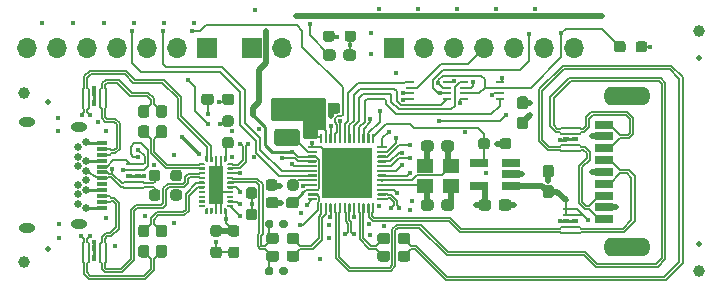
<source format=gbr>
G04 #@! TF.GenerationSoftware,KiCad,Pcbnew,5.1.10-1.fc33*
G04 #@! TF.CreationDate,2021-06-18T23:07:59-04:00*
G04 #@! TF.ProjectId,vl670,766c3637-302e-46b6-9963-61645f706362,rev?*
G04 #@! TF.SameCoordinates,Original*
G04 #@! TF.FileFunction,Copper,L1,Top*
G04 #@! TF.FilePolarity,Positive*
%FSLAX46Y46*%
G04 Gerber Fmt 4.6, Leading zero omitted, Abs format (unit mm)*
G04 Created by KiCad (PCBNEW 5.1.10-1.fc33) date 2021-06-18 23:07:59*
%MOMM*%
%LPD*%
G01*
G04 APERTURE LIST*
G04 #@! TA.AperFunction,ComponentPad*
%ADD10O,4.000000X1.600000*%
G04 #@! TD*
G04 #@! TA.AperFunction,SMDPad,CuDef*
%ADD11R,1.600000X0.700000*%
G04 #@! TD*
G04 #@! TA.AperFunction,SMDPad,CuDef*
%ADD12R,0.250000X0.500000*%
G04 #@! TD*
G04 #@! TA.AperFunction,SMDPad,CuDef*
%ADD13R,0.450000X0.500000*%
G04 #@! TD*
G04 #@! TA.AperFunction,SMDPad,CuDef*
%ADD14R,0.500000X0.250000*%
G04 #@! TD*
G04 #@! TA.AperFunction,SMDPad,CuDef*
%ADD15R,0.500000X0.450000*%
G04 #@! TD*
G04 #@! TA.AperFunction,SMDPad,CuDef*
%ADD16R,0.750000X0.250000*%
G04 #@! TD*
G04 #@! TA.AperFunction,SMDPad,CuDef*
%ADD17C,0.100000*%
G04 #@! TD*
G04 #@! TA.AperFunction,SMDPad,CuDef*
%ADD18R,1.200000X3.200000*%
G04 #@! TD*
G04 #@! TA.AperFunction,ComponentPad*
%ADD19O,1.700000X1.700000*%
G04 #@! TD*
G04 #@! TA.AperFunction,ComponentPad*
%ADD20R,1.700000X1.700000*%
G04 #@! TD*
G04 #@! TA.AperFunction,SMDPad,CuDef*
%ADD21R,4.300000X4.300000*%
G04 #@! TD*
G04 #@! TA.AperFunction,SMDPad,CuDef*
%ADD22R,1.560000X0.650000*%
G04 #@! TD*
G04 #@! TA.AperFunction,SMDPad,CuDef*
%ADD23R,1.400000X1.200000*%
G04 #@! TD*
G04 #@! TA.AperFunction,ComponentPad*
%ADD24C,0.650000*%
G04 #@! TD*
G04 #@! TA.AperFunction,ComponentPad*
%ADD25O,1.400000X0.800000*%
G04 #@! TD*
G04 #@! TA.AperFunction,SMDPad,CuDef*
%ADD26R,0.900000X0.300000*%
G04 #@! TD*
G04 #@! TA.AperFunction,SMDPad,CuDef*
%ADD27C,1.000000*%
G04 #@! TD*
G04 #@! TA.AperFunction,SMDPad,CuDef*
%ADD28C,0.500000*%
G04 #@! TD*
G04 #@! TA.AperFunction,ViaPad*
%ADD29C,0.450000*%
G04 #@! TD*
G04 #@! TA.AperFunction,Conductor*
%ADD30C,0.131318*%
G04 #@! TD*
G04 #@! TA.AperFunction,Conductor*
%ADD31C,0.508000*%
G04 #@! TD*
G04 #@! TA.AperFunction,Conductor*
%ADD32C,0.254000*%
G04 #@! TD*
G04 #@! TA.AperFunction,Conductor*
%ADD33C,0.100000*%
G04 #@! TD*
G04 APERTURE END LIST*
D10*
G04 #@! TO.P,J4,10*
G04 #@! TO.N,GND*
X224815000Y-129290000D03*
X224815000Y-116490000D03*
D11*
G04 #@! TO.P,J4,9*
G04 #@! TO.N,/DN_TX_AC-*
X222865000Y-126890000D03*
G04 #@! TO.P,J4,1*
G04 #@! TO.N,+5V_SW*
X222865000Y-125890000D03*
G04 #@! TO.P,J4,8*
G04 #@! TO.N,/DN_TX_AC+*
X222865000Y-124890000D03*
G04 #@! TO.P,J4,2*
G04 #@! TO.N,/DN_D-*
X222865000Y-123890000D03*
G04 #@! TO.P,J4,7*
G04 #@! TO.N,GND*
X222865000Y-122890000D03*
G04 #@! TO.P,J4,3*
G04 #@! TO.N,/DN_D+*
X222865000Y-121890000D03*
G04 #@! TO.P,J4,6*
G04 #@! TO.N,/DN_SSRX+*
X222865000Y-120890000D03*
G04 #@! TO.P,J4,4*
G04 #@! TO.N,GND*
X222865000Y-119890000D03*
G04 #@! TO.P,J4,5*
G04 #@! TO.N,/DN_SSRX-*
X222865000Y-118890000D03*
G04 #@! TD*
D12*
G04 #@! TO.P,D4,2*
G04 #@! TO.N,/USB AC CAP/ESD/MUX/RX2+*
X180200000Y-129345000D03*
D13*
G04 #@! TO.P,D4,3*
G04 #@! TO.N,GND*
X179700000Y-129345000D03*
D12*
G04 #@! TO.P,D4,1*
G04 #@! TO.N,/USB AC CAP/ESD/MUX/RX2-*
X180700000Y-129345000D03*
G04 #@! TO.P,D4,4*
G04 #@! TO.N,/USB AC CAP/ESD/MUX/TX2-*
X179200000Y-129345000D03*
G04 #@! TO.P,D4,10*
G04 #@! TO.N,/USB AC CAP/ESD/MUX/RX2-*
X180700000Y-130150000D03*
G04 #@! TO.P,D4,9*
G04 #@! TO.N,/USB AC CAP/ESD/MUX/RX2+*
X180200000Y-130150000D03*
G04 #@! TO.P,D4,5*
G04 #@! TO.N,/USB AC CAP/ESD/MUX/TX2+*
X178700000Y-129345000D03*
D13*
G04 #@! TO.P,D4,8*
G04 #@! TO.N,GND*
X179700000Y-130150000D03*
D12*
G04 #@! TO.P,D4,6*
G04 #@! TO.N,/USB AC CAP/ESD/MUX/TX2+*
X178700000Y-130150000D03*
G04 #@! TO.P,D4,7*
G04 #@! TO.N,/USB AC CAP/ESD/MUX/TX2-*
X179200000Y-130150000D03*
G04 #@! TD*
G04 #@! TO.P,D1,2*
G04 #@! TO.N,/USB AC CAP/ESD/MUX/RX1-*
X179200000Y-117055000D03*
D13*
G04 #@! TO.P,D1,3*
G04 #@! TO.N,GND*
X179700000Y-117055000D03*
D12*
G04 #@! TO.P,D1,1*
G04 #@! TO.N,/USB AC CAP/ESD/MUX/RX1+*
X178700000Y-117055000D03*
G04 #@! TO.P,D1,4*
G04 #@! TO.N,/USB AC CAP/ESD/MUX/TX1+*
X180200000Y-117055000D03*
G04 #@! TO.P,D1,10*
G04 #@! TO.N,/USB AC CAP/ESD/MUX/RX1+*
X178700000Y-116250000D03*
G04 #@! TO.P,D1,9*
G04 #@! TO.N,/USB AC CAP/ESD/MUX/RX1-*
X179200000Y-116250000D03*
G04 #@! TO.P,D1,5*
G04 #@! TO.N,/USB AC CAP/ESD/MUX/TX1-*
X180700000Y-117055000D03*
D13*
G04 #@! TO.P,D1,8*
G04 #@! TO.N,GND*
X179700000Y-116250000D03*
D12*
G04 #@! TO.P,D1,6*
G04 #@! TO.N,/USB AC CAP/ESD/MUX/TX1-*
X180700000Y-116250000D03*
G04 #@! TO.P,D1,7*
G04 #@! TO.N,/USB AC CAP/ESD/MUX/TX1+*
X180200000Y-116250000D03*
G04 #@! TD*
D14*
G04 #@! TO.P,D5,2*
G04 #@! TO.N,/USB AC CAP/ESD/MUX/CC2*
X182597500Y-122750000D03*
D15*
G04 #@! TO.P,D5,3*
G04 #@! TO.N,GND*
X182597500Y-123250000D03*
D14*
G04 #@! TO.P,D5,1*
G04 #@! TO.N,/USB AC CAP/ESD/MUX/CC1*
X182597500Y-122250000D03*
G04 #@! TO.P,D5,4*
G04 #@! TO.N,/USB AC CAP/ESD/MUX/D+*
X182597500Y-123750000D03*
G04 #@! TO.P,D5,10*
G04 #@! TO.N,/USB AC CAP/ESD/MUX/CC1*
X183402500Y-122250000D03*
G04 #@! TO.P,D5,9*
G04 #@! TO.N,/USB AC CAP/ESD/MUX/CC2*
X183402500Y-122750000D03*
G04 #@! TO.P,D5,5*
G04 #@! TO.N,/USB AC CAP/ESD/MUX/D-*
X182597500Y-124250000D03*
D15*
G04 #@! TO.P,D5,8*
G04 #@! TO.N,GND*
X183402500Y-123250000D03*
D14*
G04 #@! TO.P,D5,6*
G04 #@! TO.N,/USB AC CAP/ESD/MUX/D-*
X183402500Y-124250000D03*
G04 #@! TO.P,D5,7*
G04 #@! TO.N,/USB AC CAP/ESD/MUX/D+*
X183402500Y-123750000D03*
G04 #@! TD*
G04 #@! TO.P,D6,2*
G04 #@! TO.N,/DN_TX_AC+*
X220402500Y-120642000D03*
D15*
G04 #@! TO.P,D6,3*
G04 #@! TO.N,GND*
X220402500Y-120142000D03*
D14*
G04 #@! TO.P,D6,1*
G04 #@! TO.N,/DN_TX_AC-*
X220402500Y-121142000D03*
G04 #@! TO.P,D6,4*
G04 #@! TO.N,/DN_SSRX-*
X220402500Y-119642000D03*
G04 #@! TO.P,D6,10*
G04 #@! TO.N,/DN_TX_AC-*
X219597500Y-121142000D03*
G04 #@! TO.P,D6,9*
G04 #@! TO.N,/DN_TX_AC+*
X219597500Y-120642000D03*
G04 #@! TO.P,D6,5*
G04 #@! TO.N,/DN_SSRX+*
X220402500Y-119142000D03*
D15*
G04 #@! TO.P,D6,8*
G04 #@! TO.N,GND*
X219597500Y-120142000D03*
D14*
G04 #@! TO.P,D6,6*
G04 #@! TO.N,/DN_SSRX+*
X219597500Y-119142000D03*
G04 #@! TO.P,D6,7*
G04 #@! TO.N,/DN_SSRX-*
X219597500Y-119642000D03*
G04 #@! TD*
G04 #@! TO.P,D3,2*
G04 #@! TO.N,+5V_SW*
X219597500Y-126563500D03*
D15*
G04 #@! TO.P,D3,3*
G04 #@! TO.N,GND*
X219597500Y-127063500D03*
D14*
G04 #@! TO.P,D3,1*
G04 #@! TO.N,+5V_SW*
X219597500Y-126063500D03*
G04 #@! TO.P,D3,4*
G04 #@! TO.N,/DN_D-*
X219597500Y-127563500D03*
G04 #@! TO.P,D3,10*
G04 #@! TO.N,+5V_SW*
X220402500Y-126063500D03*
G04 #@! TO.P,D3,9*
X220402500Y-126563500D03*
G04 #@! TO.P,D3,5*
G04 #@! TO.N,/DN_D+*
X219597500Y-128063500D03*
D15*
G04 #@! TO.P,D3,8*
G04 #@! TO.N,GND*
X220402500Y-127063500D03*
D14*
G04 #@! TO.P,D3,6*
G04 #@! TO.N,/DN_D+*
X220402500Y-128063500D03*
G04 #@! TO.P,D3,7*
G04 #@! TO.N,/DN_D-*
X220402500Y-127563500D03*
G04 #@! TD*
G04 #@! TO.P,R12,1*
G04 #@! TO.N,Net-(R12-Pad1)*
G04 #@! TA.AperFunction,SMDPad,CuDef*
G36*
G01*
X191737500Y-130200000D02*
X191262500Y-130200000D01*
G75*
G02*
X191025000Y-129962500I0J237500D01*
G01*
X191025000Y-129462500D01*
G75*
G02*
X191262500Y-129225000I237500J0D01*
G01*
X191737500Y-129225000D01*
G75*
G02*
X191975000Y-129462500I0J-237500D01*
G01*
X191975000Y-129962500D01*
G75*
G02*
X191737500Y-130200000I-237500J0D01*
G01*
G37*
G04 #@! TD.AperFunction*
G04 #@! TO.P,R12,2*
G04 #@! TO.N,+5V*
G04 #@! TA.AperFunction,SMDPad,CuDef*
G36*
G01*
X191737500Y-128375000D02*
X191262500Y-128375000D01*
G75*
G02*
X191025000Y-128137500I0J237500D01*
G01*
X191025000Y-127637500D01*
G75*
G02*
X191262500Y-127400000I237500J0D01*
G01*
X191737500Y-127400000D01*
G75*
G02*
X191975000Y-127637500I0J-237500D01*
G01*
X191975000Y-128137500D01*
G75*
G02*
X191737500Y-128375000I-237500J0D01*
G01*
G37*
G04 #@! TD.AperFunction*
G04 #@! TD*
D16*
G04 #@! TO.P,U3,1*
G04 #@! TO.N,/eeprom/~CS*
X210950000Y-115250000D03*
G04 #@! TO.P,U3,2*
G04 #@! TO.N,/eeprom/~ISP_CS*
X210950000Y-115750000D03*
G04 #@! TO.P,U3,3*
G04 #@! TO.N,~EXT_RESET*
X210950000Y-116250000D03*
G04 #@! TO.P,U3,4*
G04 #@! TO.N,GND*
X210950000Y-116750000D03*
G04 #@! TO.P,U3,5*
G04 #@! TO.N,/eeprom/SCK*
X214050000Y-116750000D03*
G04 #@! TO.P,U3,6*
G04 #@! TO.N,/eeprom/ISP_SCK*
X214050000Y-116250000D03*
G04 #@! TO.P,U3,7*
G04 #@! TO.N,~EXT_RESET*
X214050000Y-115750000D03*
G04 #@! TO.P,U3,8*
G04 #@! TO.N,+3V3*
X214050000Y-115250000D03*
G04 #@! TD*
G04 #@! TO.P,U5,8*
G04 #@! TO.N,+3V3*
X209550000Y-115250000D03*
G04 #@! TO.P,U5,7*
G04 #@! TO.N,~EXT_RESET*
X209550000Y-115750000D03*
G04 #@! TO.P,U5,6*
G04 #@! TO.N,/eeprom/ISP_MOSI*
X209550000Y-116250000D03*
G04 #@! TO.P,U5,5*
G04 #@! TO.N,/eeprom/MOSI*
X209550000Y-116750000D03*
G04 #@! TO.P,U5,4*
G04 #@! TO.N,GND*
X206450000Y-116750000D03*
G04 #@! TO.P,U5,3*
G04 #@! TO.N,~EXT_RESET*
X206450000Y-116250000D03*
G04 #@! TO.P,U5,2*
G04 #@! TO.N,/eeprom/ISP_MISO*
X206450000Y-115750000D03*
G04 #@! TO.P,U5,1*
G04 #@! TO.N,/eeprom/MISO*
X206450000Y-115250000D03*
G04 #@! TD*
G04 #@! TA.AperFunction,SMDPad,CuDef*
D17*
G04 #@! TO.P,U1,11*
G04 #@! TO.N,Net-(R14-Pad1)*
G36*
X190700000Y-121550000D02*
G01*
X190900000Y-121550000D01*
X190900000Y-121959000D01*
X190791000Y-122050000D01*
X190700000Y-122050000D01*
X190700000Y-121550000D01*
G37*
G04 #@! TD.AperFunction*
G04 #@! TO.P,U1,17*
G04 #@! TO.N,/USB AC CAP/ESD/MUX/TX1_AC-*
G04 #@! TA.AperFunction,SMDPad,CuDef*
G36*
G01*
X189050000Y-122542000D02*
X189050000Y-122658000D01*
G75*
G02*
X189008000Y-122700000I-42000J0D01*
G01*
X188592000Y-122700000D01*
G75*
G02*
X188550000Y-122658000I0J42000D01*
G01*
X188550000Y-122542000D01*
G75*
G02*
X188592000Y-122500000I42000J0D01*
G01*
X189008000Y-122500000D01*
G75*
G02*
X189050000Y-122542000I0J-42000D01*
G01*
G37*
G04 #@! TD.AperFunction*
G04 #@! TO.P,U1,9*
G04 #@! TO.N,/SSRX_DEMUX-*
G04 #@! TA.AperFunction,SMDPad,CuDef*
G36*
G01*
X191450000Y-122542000D02*
X191450000Y-122658000D01*
G75*
G02*
X191408000Y-122700000I-42000J0D01*
G01*
X190992000Y-122700000D01*
G75*
G02*
X190950000Y-122658000I0J42000D01*
G01*
X190950000Y-122542000D01*
G75*
G02*
X190992000Y-122500000I42000J0D01*
G01*
X191408000Y-122500000D01*
G75*
G02*
X191450000Y-122542000I0J-42000D01*
G01*
G37*
G04 #@! TD.AperFunction*
D18*
G04 #@! TO.P,U1,31*
G04 #@! TO.N,GND*
X190000000Y-124000000D03*
G04 #@! TO.P,U1,2*
G04 #@! TO.N,/USB AC CAP/ESD/MUX/CC1*
G04 #@! TA.AperFunction,SMDPad,CuDef*
G36*
G01*
X191450000Y-125342000D02*
X191450000Y-125458000D01*
G75*
G02*
X191408000Y-125500000I-42000J0D01*
G01*
X190992000Y-125500000D01*
G75*
G02*
X190950000Y-125458000I0J42000D01*
G01*
X190950000Y-125342000D01*
G75*
G02*
X190992000Y-125300000I42000J0D01*
G01*
X191408000Y-125300000D01*
G75*
G02*
X191450000Y-125342000I0J-42000D01*
G01*
G37*
G04 #@! TD.AperFunction*
G04 #@! TO.P,U1,3*
G04 #@! TO.N,Net-(U1-Pad3)*
G04 #@! TA.AperFunction,SMDPad,CuDef*
G36*
G01*
X191450000Y-124942000D02*
X191450000Y-125058000D01*
G75*
G02*
X191408000Y-125100000I-42000J0D01*
G01*
X190992000Y-125100000D01*
G75*
G02*
X190950000Y-125058000I0J42000D01*
G01*
X190950000Y-124942000D01*
G75*
G02*
X190992000Y-124900000I42000J0D01*
G01*
X191408000Y-124900000D01*
G75*
G02*
X191450000Y-124942000I0J-42000D01*
G01*
G37*
G04 #@! TD.AperFunction*
G04 #@! TO.P,U1,4*
G04 #@! TO.N,GND*
G04 #@! TA.AperFunction,SMDPad,CuDef*
G36*
G01*
X191450000Y-124542000D02*
X191450000Y-124658000D01*
G75*
G02*
X191408000Y-124700000I-42000J0D01*
G01*
X190992000Y-124700000D01*
G75*
G02*
X190950000Y-124658000I0J42000D01*
G01*
X190950000Y-124542000D01*
G75*
G02*
X190992000Y-124500000I42000J0D01*
G01*
X191408000Y-124500000D01*
G75*
G02*
X191450000Y-124542000I0J-42000D01*
G01*
G37*
G04 #@! TD.AperFunction*
G04 #@! TO.P,U1,5*
G04 #@! TO.N,Net-(R12-Pad1)*
G04 #@! TA.AperFunction,SMDPad,CuDef*
G36*
G01*
X191450000Y-124142000D02*
X191450000Y-124258000D01*
G75*
G02*
X191408000Y-124300000I-42000J0D01*
G01*
X190992000Y-124300000D01*
G75*
G02*
X190950000Y-124258000I0J42000D01*
G01*
X190950000Y-124142000D01*
G75*
G02*
X190992000Y-124100000I42000J0D01*
G01*
X191408000Y-124100000D01*
G75*
G02*
X191450000Y-124142000I0J-42000D01*
G01*
G37*
G04 #@! TD.AperFunction*
G04 #@! TO.P,U1,6*
G04 #@! TO.N,/USB AC CAP/ESD/MUX/TX_MUX_DC-*
G04 #@! TA.AperFunction,SMDPad,CuDef*
G36*
G01*
X191450000Y-123742000D02*
X191450000Y-123858000D01*
G75*
G02*
X191408000Y-123900000I-42000J0D01*
G01*
X190992000Y-123900000D01*
G75*
G02*
X190950000Y-123858000I0J42000D01*
G01*
X190950000Y-123742000D01*
G75*
G02*
X190992000Y-123700000I42000J0D01*
G01*
X191408000Y-123700000D01*
G75*
G02*
X191450000Y-123742000I0J-42000D01*
G01*
G37*
G04 #@! TD.AperFunction*
G04 #@! TO.P,U1,7*
G04 #@! TO.N,/USB AC CAP/ESD/MUX/TX_MUX_DC+*
G04 #@! TA.AperFunction,SMDPad,CuDef*
G36*
G01*
X191450000Y-123342000D02*
X191450000Y-123458000D01*
G75*
G02*
X191408000Y-123500000I-42000J0D01*
G01*
X190992000Y-123500000D01*
G75*
G02*
X190950000Y-123458000I0J42000D01*
G01*
X190950000Y-123342000D01*
G75*
G02*
X190992000Y-123300000I42000J0D01*
G01*
X191408000Y-123300000D01*
G75*
G02*
X191450000Y-123342000I0J-42000D01*
G01*
G37*
G04 #@! TD.AperFunction*
G04 #@! TO.P,U1,8*
G04 #@! TO.N,+3V3*
G04 #@! TA.AperFunction,SMDPad,CuDef*
G36*
G01*
X191450000Y-122942000D02*
X191450000Y-123058000D01*
G75*
G02*
X191408000Y-123100000I-42000J0D01*
G01*
X190992000Y-123100000D01*
G75*
G02*
X190950000Y-123058000I0J42000D01*
G01*
X190950000Y-122942000D01*
G75*
G02*
X190992000Y-122900000I42000J0D01*
G01*
X191408000Y-122900000D01*
G75*
G02*
X191450000Y-122942000I0J-42000D01*
G01*
G37*
G04 #@! TD.AperFunction*
G04 #@! TA.AperFunction,SMDPad,CuDef*
D17*
G04 #@! TO.P,U1,15*
G04 #@! TO.N,/USB AC CAP/ESD/MUX/RX1-*
G36*
X189100000Y-121959000D02*
G01*
X189100000Y-121550000D01*
X189300000Y-121550000D01*
X189300000Y-122050000D01*
X189209000Y-122050000D01*
X189100000Y-121959000D01*
G37*
G04 #@! TD.AperFunction*
G04 #@! TO.P,U1,14*
G04 #@! TO.N,/USB AC CAP/ESD/MUX/RX1+*
G04 #@! TA.AperFunction,SMDPad,CuDef*
G36*
G01*
X189700000Y-121592000D02*
X189700000Y-122008000D01*
G75*
G02*
X189658000Y-122050000I-42000J0D01*
G01*
X189542000Y-122050000D01*
G75*
G02*
X189500000Y-122008000I0J42000D01*
G01*
X189500000Y-121592000D01*
G75*
G02*
X189542000Y-121550000I42000J0D01*
G01*
X189658000Y-121550000D01*
G75*
G02*
X189700000Y-121592000I0J-42000D01*
G01*
G37*
G04 #@! TD.AperFunction*
G04 #@! TO.P,U1,18*
G04 #@! TO.N,/USB AC CAP/ESD/MUX/RX2-*
G04 #@! TA.AperFunction,SMDPad,CuDef*
G36*
G01*
X189050000Y-122942000D02*
X189050000Y-123058000D01*
G75*
G02*
X189008000Y-123100000I-42000J0D01*
G01*
X188592000Y-123100000D01*
G75*
G02*
X188550000Y-123058000I0J42000D01*
G01*
X188550000Y-122942000D01*
G75*
G02*
X188592000Y-122900000I42000J0D01*
G01*
X189008000Y-122900000D01*
G75*
G02*
X189050000Y-122942000I0J-42000D01*
G01*
G37*
G04 #@! TD.AperFunction*
G04 #@! TO.P,U1,19*
G04 #@! TO.N,/USB AC CAP/ESD/MUX/RX2+*
G04 #@! TA.AperFunction,SMDPad,CuDef*
G36*
G01*
X189050000Y-123342000D02*
X189050000Y-123458000D01*
G75*
G02*
X189008000Y-123500000I-42000J0D01*
G01*
X188592000Y-123500000D01*
G75*
G02*
X188550000Y-123458000I0J42000D01*
G01*
X188550000Y-123342000D01*
G75*
G02*
X188592000Y-123300000I42000J0D01*
G01*
X189008000Y-123300000D01*
G75*
G02*
X189050000Y-123342000I0J-42000D01*
G01*
G37*
G04 #@! TD.AperFunction*
G04 #@! TO.P,U1,20*
G04 #@! TO.N,/USB AC CAP/ESD/MUX/TX2_AC+*
G04 #@! TA.AperFunction,SMDPad,CuDef*
G36*
G01*
X189050000Y-123742000D02*
X189050000Y-123858000D01*
G75*
G02*
X189008000Y-123900000I-42000J0D01*
G01*
X188592000Y-123900000D01*
G75*
G02*
X188550000Y-123858000I0J42000D01*
G01*
X188550000Y-123742000D01*
G75*
G02*
X188592000Y-123700000I42000J0D01*
G01*
X189008000Y-123700000D01*
G75*
G02*
X189050000Y-123742000I0J-42000D01*
G01*
G37*
G04 #@! TD.AperFunction*
G04 #@! TO.P,U1,21*
G04 #@! TO.N,/USB AC CAP/ESD/MUX/TX2_AC-*
G04 #@! TA.AperFunction,SMDPad,CuDef*
G36*
G01*
X189050000Y-124142000D02*
X189050000Y-124258000D01*
G75*
G02*
X189008000Y-124300000I-42000J0D01*
G01*
X188592000Y-124300000D01*
G75*
G02*
X188550000Y-124258000I0J42000D01*
G01*
X188550000Y-124142000D01*
G75*
G02*
X188592000Y-124100000I42000J0D01*
G01*
X189008000Y-124100000D01*
G75*
G02*
X189050000Y-124142000I0J-42000D01*
G01*
G37*
G04 #@! TD.AperFunction*
G04 #@! TO.P,U1,22*
G04 #@! TO.N,Net-(U1-Pad22)*
G04 #@! TA.AperFunction,SMDPad,CuDef*
G36*
G01*
X189050000Y-124542000D02*
X189050000Y-124658000D01*
G75*
G02*
X189008000Y-124700000I-42000J0D01*
G01*
X188592000Y-124700000D01*
G75*
G02*
X188550000Y-124658000I0J42000D01*
G01*
X188550000Y-124542000D01*
G75*
G02*
X188592000Y-124500000I42000J0D01*
G01*
X189008000Y-124500000D01*
G75*
G02*
X189050000Y-124542000I0J-42000D01*
G01*
G37*
G04 #@! TD.AperFunction*
G04 #@! TO.P,U1,23*
G04 #@! TO.N,Net-(U1-Pad23)*
G04 #@! TA.AperFunction,SMDPad,CuDef*
G36*
G01*
X189050000Y-124942000D02*
X189050000Y-125058000D01*
G75*
G02*
X189008000Y-125100000I-42000J0D01*
G01*
X188592000Y-125100000D01*
G75*
G02*
X188550000Y-125058000I0J42000D01*
G01*
X188550000Y-124942000D01*
G75*
G02*
X188592000Y-124900000I42000J0D01*
G01*
X189008000Y-124900000D01*
G75*
G02*
X189050000Y-124942000I0J-42000D01*
G01*
G37*
G04 #@! TD.AperFunction*
G04 #@! TO.P,U1,24*
G04 #@! TO.N,Net-(U1-Pad24)*
G04 #@! TA.AperFunction,SMDPad,CuDef*
G36*
G01*
X189050000Y-125342000D02*
X189050000Y-125458000D01*
G75*
G02*
X189008000Y-125500000I-42000J0D01*
G01*
X188592000Y-125500000D01*
G75*
G02*
X188550000Y-125458000I0J42000D01*
G01*
X188550000Y-125342000D01*
G75*
G02*
X188592000Y-125300000I42000J0D01*
G01*
X189008000Y-125300000D01*
G75*
G02*
X189050000Y-125342000I0J-42000D01*
G01*
G37*
G04 #@! TD.AperFunction*
G04 #@! TO.P,U1,27*
G04 #@! TO.N,Net-(U1-Pad27)*
G04 #@! TA.AperFunction,SMDPad,CuDef*
G36*
G01*
X189700000Y-125992000D02*
X189700000Y-126408000D01*
G75*
G02*
X189658000Y-126450000I-42000J0D01*
G01*
X189542000Y-126450000D01*
G75*
G02*
X189500000Y-126408000I0J42000D01*
G01*
X189500000Y-125992000D01*
G75*
G02*
X189542000Y-125950000I42000J0D01*
G01*
X189658000Y-125950000D01*
G75*
G02*
X189700000Y-125992000I0J-42000D01*
G01*
G37*
G04 #@! TD.AperFunction*
G04 #@! TO.P,U1,29*
G04 #@! TO.N,GND*
G04 #@! TA.AperFunction,SMDPad,CuDef*
G36*
G01*
X190500000Y-126000000D02*
X190500000Y-126400000D01*
G75*
G02*
X190450000Y-126450000I-50000J0D01*
G01*
X190350000Y-126450000D01*
G75*
G02*
X190300000Y-126400000I0J50000D01*
G01*
X190300000Y-126000000D01*
G75*
G02*
X190350000Y-125950000I50000J0D01*
G01*
X190450000Y-125950000D01*
G75*
G02*
X190500000Y-126000000I0J-50000D01*
G01*
G37*
G04 #@! TD.AperFunction*
G04 #@! TO.P,U1,28*
G04 #@! TA.AperFunction,SMDPad,CuDef*
G36*
G01*
X190100000Y-126000000D02*
X190100000Y-126400000D01*
G75*
G02*
X190050000Y-126450000I-50000J0D01*
G01*
X189950000Y-126450000D01*
G75*
G02*
X189900000Y-126400000I0J50000D01*
G01*
X189900000Y-126000000D01*
G75*
G02*
X189950000Y-125950000I50000J0D01*
G01*
X190050000Y-125950000D01*
G75*
G02*
X190100000Y-126000000I0J-50000D01*
G01*
G37*
G04 #@! TD.AperFunction*
G04 #@! TO.P,U1,12*
G04 #@! TA.AperFunction,SMDPad,CuDef*
G36*
G01*
X190500000Y-121600000D02*
X190500000Y-122000000D01*
G75*
G02*
X190450000Y-122050000I-50000J0D01*
G01*
X190350000Y-122050000D01*
G75*
G02*
X190300000Y-122000000I0J50000D01*
G01*
X190300000Y-121600000D01*
G75*
G02*
X190350000Y-121550000I50000J0D01*
G01*
X190450000Y-121550000D01*
G75*
G02*
X190500000Y-121600000I0J-50000D01*
G01*
G37*
G04 #@! TD.AperFunction*
G04 #@! TO.P,U1,13*
G04 #@! TA.AperFunction,SMDPad,CuDef*
G36*
G01*
X190100000Y-121600000D02*
X190100000Y-122000000D01*
G75*
G02*
X190050000Y-122050000I-50000J0D01*
G01*
X189950000Y-122050000D01*
G75*
G02*
X189900000Y-122000000I0J50000D01*
G01*
X189900000Y-121600000D01*
G75*
G02*
X189950000Y-121550000I50000J0D01*
G01*
X190050000Y-121550000D01*
G75*
G02*
X190100000Y-121600000I0J-50000D01*
G01*
G37*
G04 #@! TD.AperFunction*
G04 #@! TA.AperFunction,SMDPad,CuDef*
G04 #@! TO.P,U1,10*
G04 #@! TO.N,/SSRX_DEMUX+*
G36*
X191041000Y-122100000D02*
G01*
X191450000Y-122100000D01*
X191450000Y-122300000D01*
X190950000Y-122300000D01*
X190950000Y-122209000D01*
X191041000Y-122100000D01*
G37*
G04 #@! TD.AperFunction*
G04 #@! TA.AperFunction,SMDPad,CuDef*
G04 #@! TO.P,U1,16*
G04 #@! TO.N,/USB AC CAP/ESD/MUX/TX1_AC+*
G36*
X188550000Y-122300000D02*
G01*
X188550000Y-122100000D01*
X188959000Y-122100000D01*
X189050000Y-122209000D01*
X189050000Y-122300000D01*
X188550000Y-122300000D01*
G37*
G04 #@! TD.AperFunction*
G04 #@! TA.AperFunction,SMDPad,CuDef*
G04 #@! TO.P,U1,30*
G04 #@! TO.N,+5V*
G36*
X190900000Y-126041000D02*
G01*
X190900000Y-126450000D01*
X190700000Y-126450000D01*
X190700000Y-125950000D01*
X190791000Y-125950000D01*
X190900000Y-126041000D01*
G37*
G04 #@! TD.AperFunction*
G04 #@! TA.AperFunction,SMDPad,CuDef*
G04 #@! TO.P,U1,1*
G04 #@! TO.N,/USB AC CAP/ESD/MUX/CC2*
G36*
X191450000Y-125700000D02*
G01*
X191450000Y-125900000D01*
X191041000Y-125900000D01*
X190950000Y-125791000D01*
X190950000Y-125700000D01*
X191450000Y-125700000D01*
G37*
G04 #@! TD.AperFunction*
G04 #@! TA.AperFunction,SMDPad,CuDef*
G04 #@! TO.P,U1,26*
G04 #@! TO.N,Net-(U1-Pad26)*
G36*
X189300000Y-126450000D02*
G01*
X189100000Y-126450000D01*
X189100000Y-126041000D01*
X189209000Y-125950000D01*
X189300000Y-125950000D01*
X189300000Y-126450000D01*
G37*
G04 #@! TD.AperFunction*
G04 #@! TA.AperFunction,SMDPad,CuDef*
G04 #@! TO.P,U1,25*
G04 #@! TO.N,Net-(U1-Pad25)*
G36*
X188959000Y-125900000D02*
G01*
X188550000Y-125900000D01*
X188550000Y-125700000D01*
X189050000Y-125700000D01*
X189050000Y-125791000D01*
X188959000Y-125900000D01*
G37*
G04 #@! TD.AperFunction*
G04 #@! TD*
G04 #@! TO.P,R15,2*
G04 #@! TO.N,GND*
G04 #@! TA.AperFunction,SMDPad,CuDef*
G36*
G01*
X214025000Y-120737500D02*
X214025000Y-120262500D01*
G75*
G02*
X214262500Y-120025000I237500J0D01*
G01*
X214762500Y-120025000D01*
G75*
G02*
X215000000Y-120262500I0J-237500D01*
G01*
X215000000Y-120737500D01*
G75*
G02*
X214762500Y-120975000I-237500J0D01*
G01*
X214262500Y-120975000D01*
G75*
G02*
X214025000Y-120737500I0J237500D01*
G01*
G37*
G04 #@! TD.AperFunction*
G04 #@! TO.P,R15,1*
G04 #@! TO.N,Net-(R15-Pad1)*
G04 #@! TA.AperFunction,SMDPad,CuDef*
G36*
G01*
X212200000Y-120737500D02*
X212200000Y-120262500D01*
G75*
G02*
X212437500Y-120025000I237500J0D01*
G01*
X212937500Y-120025000D01*
G75*
G02*
X213175000Y-120262500I0J-237500D01*
G01*
X213175000Y-120737500D01*
G75*
G02*
X212937500Y-120975000I-237500J0D01*
G01*
X212437500Y-120975000D01*
G75*
G02*
X212200000Y-120737500I0J237500D01*
G01*
G37*
G04 #@! TD.AperFunction*
G04 #@! TD*
G04 #@! TO.P,C9,2*
G04 #@! TO.N,GND*
G04 #@! TA.AperFunction,SMDPad,CuDef*
G36*
G01*
X215712500Y-118225000D02*
X216187500Y-118225000D01*
G75*
G02*
X216425000Y-118462500I0J-237500D01*
G01*
X216425000Y-119062500D01*
G75*
G02*
X216187500Y-119300000I-237500J0D01*
G01*
X215712500Y-119300000D01*
G75*
G02*
X215475000Y-119062500I0J237500D01*
G01*
X215475000Y-118462500D01*
G75*
G02*
X215712500Y-118225000I237500J0D01*
G01*
G37*
G04 #@! TD.AperFunction*
G04 #@! TO.P,C9,1*
G04 #@! TO.N,+3V3*
G04 #@! TA.AperFunction,SMDPad,CuDef*
G36*
G01*
X215712500Y-116500000D02*
X216187500Y-116500000D01*
G75*
G02*
X216425000Y-116737500I0J-237500D01*
G01*
X216425000Y-117337500D01*
G75*
G02*
X216187500Y-117575000I-237500J0D01*
G01*
X215712500Y-117575000D01*
G75*
G02*
X215475000Y-117337500I0J237500D01*
G01*
X215475000Y-116737500D01*
G75*
G02*
X215712500Y-116500000I237500J0D01*
G01*
G37*
G04 #@! TD.AperFunction*
G04 #@! TD*
D19*
G04 #@! TO.P,J5,2*
G04 #@! TO.N,+5V*
X195540000Y-112400000D03*
D20*
G04 #@! TO.P,J5,1*
G04 #@! TO.N,GND*
X193000000Y-112400000D03*
G04 #@! TD*
D19*
G04 #@! TO.P,J1,7*
G04 #@! TO.N,GND*
X220330000Y-112400000D03*
G04 #@! TO.P,J1,6*
G04 #@! TO.N,~EXT_RESET*
X217790000Y-112400000D03*
G04 #@! TO.P,J1,5*
G04 #@! TO.N,/eeprom/ISP_MOSI*
X215250000Y-112400000D03*
G04 #@! TO.P,J1,4*
G04 #@! TO.N,/eeprom/ISP_MISO*
X212710000Y-112400000D03*
G04 #@! TO.P,J1,3*
G04 #@! TO.N,/eeprom/~ISP_CS*
X210170000Y-112400000D03*
G04 #@! TO.P,J1,2*
G04 #@! TO.N,/eeprom/ISP_SCK*
X207630000Y-112400000D03*
D20*
G04 #@! TO.P,J1,1*
G04 #@! TO.N,GND*
X205090000Y-112400000D03*
G04 #@! TD*
D21*
G04 #@! TO.P,U2,49*
G04 #@! TO.N,GND*
X201091800Y-123000000D03*
G04 #@! TO.P,U2,48*
G04 #@! TO.N,+1V5*
G04 #@! TA.AperFunction,SMDPad,CuDef*
G36*
G01*
X198791800Y-120400000D02*
X198791800Y-119700000D01*
G75*
G02*
X198841800Y-119650000I50000J0D01*
G01*
X198941800Y-119650000D01*
G75*
G02*
X198991800Y-119700000I0J-50000D01*
G01*
X198991800Y-120400000D01*
G75*
G02*
X198941800Y-120450000I-50000J0D01*
G01*
X198841800Y-120450000D01*
G75*
G02*
X198791800Y-120400000I0J50000D01*
G01*
G37*
G04 #@! TD.AperFunction*
G04 #@! TO.P,U2,47*
G04 #@! TA.AperFunction,SMDPad,CuDef*
G36*
G01*
X199191800Y-120400000D02*
X199191800Y-119700000D01*
G75*
G02*
X199241800Y-119650000I50000J0D01*
G01*
X199341800Y-119650000D01*
G75*
G02*
X199391800Y-119700000I0J-50000D01*
G01*
X199391800Y-120400000D01*
G75*
G02*
X199341800Y-120450000I-50000J0D01*
G01*
X199241800Y-120450000D01*
G75*
G02*
X199191800Y-120400000I0J50000D01*
G01*
G37*
G04 #@! TD.AperFunction*
G04 #@! TO.P,U2,46*
G04 #@! TO.N,+1V2*
G04 #@! TA.AperFunction,SMDPad,CuDef*
G36*
G01*
X199591800Y-120400000D02*
X199591800Y-119700000D01*
G75*
G02*
X199641800Y-119650000I50000J0D01*
G01*
X199741800Y-119650000D01*
G75*
G02*
X199791800Y-119700000I0J-50000D01*
G01*
X199791800Y-120400000D01*
G75*
G02*
X199741800Y-120450000I-50000J0D01*
G01*
X199641800Y-120450000D01*
G75*
G02*
X199591800Y-120400000I0J50000D01*
G01*
G37*
G04 #@! TD.AperFunction*
G04 #@! TO.P,U2,45*
G04 #@! TO.N,Net-(D12-Pad1)*
G04 #@! TA.AperFunction,SMDPad,CuDef*
G36*
G01*
X199991800Y-120400000D02*
X199991800Y-119700000D01*
G75*
G02*
X200041800Y-119650000I50000J0D01*
G01*
X200141800Y-119650000D01*
G75*
G02*
X200191800Y-119700000I0J-50000D01*
G01*
X200191800Y-120400000D01*
G75*
G02*
X200141800Y-120450000I-50000J0D01*
G01*
X200041800Y-120450000D01*
G75*
G02*
X199991800Y-120400000I0J50000D01*
G01*
G37*
G04 #@! TD.AperFunction*
G04 #@! TO.P,U2,44*
G04 #@! TO.N,+3V3*
G04 #@! TA.AperFunction,SMDPad,CuDef*
G36*
G01*
X200391800Y-120400000D02*
X200391800Y-119700000D01*
G75*
G02*
X200441800Y-119650000I50000J0D01*
G01*
X200541800Y-119650000D01*
G75*
G02*
X200591800Y-119700000I0J-50000D01*
G01*
X200591800Y-120400000D01*
G75*
G02*
X200541800Y-120450000I-50000J0D01*
G01*
X200441800Y-120450000D01*
G75*
G02*
X200391800Y-120400000I0J50000D01*
G01*
G37*
G04 #@! TD.AperFunction*
G04 #@! TO.P,U2,43*
G04 #@! TO.N,/eeprom/MISO*
G04 #@! TA.AperFunction,SMDPad,CuDef*
G36*
G01*
X200791800Y-120400000D02*
X200791800Y-119700000D01*
G75*
G02*
X200841800Y-119650000I50000J0D01*
G01*
X200941800Y-119650000D01*
G75*
G02*
X200991800Y-119700000I0J-50000D01*
G01*
X200991800Y-120400000D01*
G75*
G02*
X200941800Y-120450000I-50000J0D01*
G01*
X200841800Y-120450000D01*
G75*
G02*
X200791800Y-120400000I0J50000D01*
G01*
G37*
G04 #@! TD.AperFunction*
G04 #@! TO.P,U2,42*
G04 #@! TO.N,/eeprom/MOSI*
G04 #@! TA.AperFunction,SMDPad,CuDef*
G36*
G01*
X201191800Y-120400000D02*
X201191800Y-119700000D01*
G75*
G02*
X201241800Y-119650000I50000J0D01*
G01*
X201341800Y-119650000D01*
G75*
G02*
X201391800Y-119700000I0J-50000D01*
G01*
X201391800Y-120400000D01*
G75*
G02*
X201341800Y-120450000I-50000J0D01*
G01*
X201241800Y-120450000D01*
G75*
G02*
X201191800Y-120400000I0J50000D01*
G01*
G37*
G04 #@! TD.AperFunction*
G04 #@! TO.P,U2,41*
G04 #@! TO.N,/eeprom/~CS*
G04 #@! TA.AperFunction,SMDPad,CuDef*
G36*
G01*
X201591800Y-120400000D02*
X201591800Y-119700000D01*
G75*
G02*
X201641800Y-119650000I50000J0D01*
G01*
X201741800Y-119650000D01*
G75*
G02*
X201791800Y-119700000I0J-50000D01*
G01*
X201791800Y-120400000D01*
G75*
G02*
X201741800Y-120450000I-50000J0D01*
G01*
X201641800Y-120450000D01*
G75*
G02*
X201591800Y-120400000I0J50000D01*
G01*
G37*
G04 #@! TD.AperFunction*
G04 #@! TO.P,U2,40*
G04 #@! TO.N,/eeprom/SCK*
G04 #@! TA.AperFunction,SMDPad,CuDef*
G36*
G01*
X201991800Y-120400000D02*
X201991800Y-119700000D01*
G75*
G02*
X202041800Y-119650000I50000J0D01*
G01*
X202141800Y-119650000D01*
G75*
G02*
X202191800Y-119700000I0J-50000D01*
G01*
X202191800Y-120400000D01*
G75*
G02*
X202141800Y-120450000I-50000J0D01*
G01*
X202041800Y-120450000D01*
G75*
G02*
X201991800Y-120400000I0J50000D01*
G01*
G37*
G04 #@! TD.AperFunction*
G04 #@! TO.P,U2,39*
G04 #@! TO.N,Net-(D8-Pad1)*
G04 #@! TA.AperFunction,SMDPad,CuDef*
G36*
G01*
X202391800Y-120400000D02*
X202391800Y-119700000D01*
G75*
G02*
X202441800Y-119650000I50000J0D01*
G01*
X202541800Y-119650000D01*
G75*
G02*
X202591800Y-119700000I0J-50000D01*
G01*
X202591800Y-120400000D01*
G75*
G02*
X202541800Y-120450000I-50000J0D01*
G01*
X202441800Y-120450000D01*
G75*
G02*
X202391800Y-120400000I0J50000D01*
G01*
G37*
G04 #@! TD.AperFunction*
G04 #@! TO.P,U2,38*
G04 #@! TO.N,Net-(D9-Pad1)*
G04 #@! TA.AperFunction,SMDPad,CuDef*
G36*
G01*
X202791800Y-120400000D02*
X202791800Y-119700000D01*
G75*
G02*
X202841800Y-119650000I50000J0D01*
G01*
X202941800Y-119650000D01*
G75*
G02*
X202991800Y-119700000I0J-50000D01*
G01*
X202991800Y-120400000D01*
G75*
G02*
X202941800Y-120450000I-50000J0D01*
G01*
X202841800Y-120450000D01*
G75*
G02*
X202791800Y-120400000I0J50000D01*
G01*
G37*
G04 #@! TD.AperFunction*
G04 #@! TO.P,U2,37*
G04 #@! TO.N,Net-(R15-Pad1)*
G04 #@! TA.AperFunction,SMDPad,CuDef*
G36*
G01*
X203191800Y-120400000D02*
X203191800Y-119700000D01*
G75*
G02*
X203241800Y-119650000I50000J0D01*
G01*
X203341800Y-119650000D01*
G75*
G02*
X203391800Y-119700000I0J-50000D01*
G01*
X203391800Y-120400000D01*
G75*
G02*
X203341800Y-120450000I-50000J0D01*
G01*
X203241800Y-120450000D01*
G75*
G02*
X203191800Y-120400000I0J50000D01*
G01*
G37*
G04 #@! TD.AperFunction*
G04 #@! TO.P,U2,36*
G04 #@! TO.N,Net-(R9-Pad2)*
G04 #@! TA.AperFunction,SMDPad,CuDef*
G36*
G01*
X203641800Y-120850000D02*
X203641800Y-120750000D01*
G75*
G02*
X203691800Y-120700000I50000J0D01*
G01*
X204391800Y-120700000D01*
G75*
G02*
X204441800Y-120750000I0J-50000D01*
G01*
X204441800Y-120850000D01*
G75*
G02*
X204391800Y-120900000I-50000J0D01*
G01*
X203691800Y-120900000D01*
G75*
G02*
X203641800Y-120850000I0J50000D01*
G01*
G37*
G04 #@! TD.AperFunction*
G04 #@! TO.P,U2,35*
G04 #@! TO.N,+3V3*
G04 #@! TA.AperFunction,SMDPad,CuDef*
G36*
G01*
X203641800Y-121250000D02*
X203641800Y-121150000D01*
G75*
G02*
X203691800Y-121100000I50000J0D01*
G01*
X204391800Y-121100000D01*
G75*
G02*
X204441800Y-121150000I0J-50000D01*
G01*
X204441800Y-121250000D01*
G75*
G02*
X204391800Y-121300000I-50000J0D01*
G01*
X203691800Y-121300000D01*
G75*
G02*
X203641800Y-121250000I0J50000D01*
G01*
G37*
G04 #@! TD.AperFunction*
G04 #@! TO.P,U2,34*
G04 #@! TO.N,~EXT_RESET*
G04 #@! TA.AperFunction,SMDPad,CuDef*
G36*
G01*
X203641800Y-121650000D02*
X203641800Y-121550000D01*
G75*
G02*
X203691800Y-121500000I50000J0D01*
G01*
X204391800Y-121500000D01*
G75*
G02*
X204441800Y-121550000I0J-50000D01*
G01*
X204441800Y-121650000D01*
G75*
G02*
X204391800Y-121700000I-50000J0D01*
G01*
X203691800Y-121700000D01*
G75*
G02*
X203641800Y-121650000I0J50000D01*
G01*
G37*
G04 #@! TD.AperFunction*
G04 #@! TO.P,U2,33*
G04 #@! TO.N,Net-(R6-Pad1)*
G04 #@! TA.AperFunction,SMDPad,CuDef*
G36*
G01*
X203641800Y-122050000D02*
X203641800Y-121950000D01*
G75*
G02*
X203691800Y-121900000I50000J0D01*
G01*
X204391800Y-121900000D01*
G75*
G02*
X204441800Y-121950000I0J-50000D01*
G01*
X204441800Y-122050000D01*
G75*
G02*
X204391800Y-122100000I-50000J0D01*
G01*
X203691800Y-122100000D01*
G75*
G02*
X203641800Y-122050000I0J50000D01*
G01*
G37*
G04 #@! TD.AperFunction*
G04 #@! TO.P,U2,32*
G04 #@! TO.N,Net-(R7-Pad1)*
G04 #@! TA.AperFunction,SMDPad,CuDef*
G36*
G01*
X203641800Y-122450000D02*
X203641800Y-122350000D01*
G75*
G02*
X203691800Y-122300000I50000J0D01*
G01*
X204391800Y-122300000D01*
G75*
G02*
X204441800Y-122350000I0J-50000D01*
G01*
X204441800Y-122450000D01*
G75*
G02*
X204391800Y-122500000I-50000J0D01*
G01*
X203691800Y-122500000D01*
G75*
G02*
X203641800Y-122450000I0J50000D01*
G01*
G37*
G04 #@! TD.AperFunction*
G04 #@! TO.P,U2,31*
G04 #@! TO.N,Net-(R8-Pad1)*
G04 #@! TA.AperFunction,SMDPad,CuDef*
G36*
G01*
X203641800Y-122850000D02*
X203641800Y-122750000D01*
G75*
G02*
X203691800Y-122700000I50000J0D01*
G01*
X204391800Y-122700000D01*
G75*
G02*
X204441800Y-122750000I0J-50000D01*
G01*
X204441800Y-122850000D01*
G75*
G02*
X204391800Y-122900000I-50000J0D01*
G01*
X203691800Y-122900000D01*
G75*
G02*
X203641800Y-122850000I0J50000D01*
G01*
G37*
G04 #@! TD.AperFunction*
G04 #@! TO.P,U2,30*
G04 #@! TO.N,+1V2*
G04 #@! TA.AperFunction,SMDPad,CuDef*
G36*
G01*
X203641800Y-123250000D02*
X203641800Y-123150000D01*
G75*
G02*
X203691800Y-123100000I50000J0D01*
G01*
X204391800Y-123100000D01*
G75*
G02*
X204441800Y-123150000I0J-50000D01*
G01*
X204441800Y-123250000D01*
G75*
G02*
X204391800Y-123300000I-50000J0D01*
G01*
X203691800Y-123300000D01*
G75*
G02*
X203641800Y-123250000I0J50000D01*
G01*
G37*
G04 #@! TD.AperFunction*
G04 #@! TO.P,U2,29*
G04 #@! TO.N,Net-(C10-Pad1)*
G04 #@! TA.AperFunction,SMDPad,CuDef*
G36*
G01*
X203641800Y-123650000D02*
X203641800Y-123550000D01*
G75*
G02*
X203691800Y-123500000I50000J0D01*
G01*
X204391800Y-123500000D01*
G75*
G02*
X204441800Y-123550000I0J-50000D01*
G01*
X204441800Y-123650000D01*
G75*
G02*
X204391800Y-123700000I-50000J0D01*
G01*
X203691800Y-123700000D01*
G75*
G02*
X203641800Y-123650000I0J50000D01*
G01*
G37*
G04 #@! TD.AperFunction*
G04 #@! TO.P,U2,28*
G04 #@! TO.N,Net-(C11-Pad1)*
G04 #@! TA.AperFunction,SMDPad,CuDef*
G36*
G01*
X203641800Y-124050000D02*
X203641800Y-123950000D01*
G75*
G02*
X203691800Y-123900000I50000J0D01*
G01*
X204391800Y-123900000D01*
G75*
G02*
X204441800Y-123950000I0J-50000D01*
G01*
X204441800Y-124050000D01*
G75*
G02*
X204391800Y-124100000I-50000J0D01*
G01*
X203691800Y-124100000D01*
G75*
G02*
X203641800Y-124050000I0J50000D01*
G01*
G37*
G04 #@! TD.AperFunction*
G04 #@! TO.P,U2,27*
G04 #@! TO.N,+3V3*
G04 #@! TA.AperFunction,SMDPad,CuDef*
G36*
G01*
X203641800Y-124450000D02*
X203641800Y-124350000D01*
G75*
G02*
X203691800Y-124300000I50000J0D01*
G01*
X204391800Y-124300000D01*
G75*
G02*
X204441800Y-124350000I0J-50000D01*
G01*
X204441800Y-124450000D01*
G75*
G02*
X204391800Y-124500000I-50000J0D01*
G01*
X203691800Y-124500000D01*
G75*
G02*
X203641800Y-124450000I0J50000D01*
G01*
G37*
G04 #@! TD.AperFunction*
G04 #@! TO.P,U2,26*
G04 #@! TO.N,/D_DEMUX+*
G04 #@! TA.AperFunction,SMDPad,CuDef*
G36*
G01*
X203641800Y-124850000D02*
X203641800Y-124750000D01*
G75*
G02*
X203691800Y-124700000I50000J0D01*
G01*
X204391800Y-124700000D01*
G75*
G02*
X204441800Y-124750000I0J-50000D01*
G01*
X204441800Y-124850000D01*
G75*
G02*
X204391800Y-124900000I-50000J0D01*
G01*
X203691800Y-124900000D01*
G75*
G02*
X203641800Y-124850000I0J50000D01*
G01*
G37*
G04 #@! TD.AperFunction*
G04 #@! TO.P,U2,25*
G04 #@! TO.N,/D_DEMUX-*
G04 #@! TA.AperFunction,SMDPad,CuDef*
G36*
G01*
X203641800Y-125250000D02*
X203641800Y-125150000D01*
G75*
G02*
X203691800Y-125100000I50000J0D01*
G01*
X204391800Y-125100000D01*
G75*
G02*
X204441800Y-125150000I0J-50000D01*
G01*
X204441800Y-125250000D01*
G75*
G02*
X204391800Y-125300000I-50000J0D01*
G01*
X203691800Y-125300000D01*
G75*
G02*
X203641800Y-125250000I0J50000D01*
G01*
G37*
G04 #@! TD.AperFunction*
G04 #@! TO.P,U2,24*
G04 #@! TO.N,/DN_D-*
G04 #@! TA.AperFunction,SMDPad,CuDef*
G36*
G01*
X203191800Y-126300000D02*
X203191800Y-125600000D01*
G75*
G02*
X203241800Y-125550000I50000J0D01*
G01*
X203341800Y-125550000D01*
G75*
G02*
X203391800Y-125600000I0J-50000D01*
G01*
X203391800Y-126300000D01*
G75*
G02*
X203341800Y-126350000I-50000J0D01*
G01*
X203241800Y-126350000D01*
G75*
G02*
X203191800Y-126300000I0J50000D01*
G01*
G37*
G04 #@! TD.AperFunction*
G04 #@! TO.P,U2,23*
G04 #@! TO.N,/DN_D+*
G04 #@! TA.AperFunction,SMDPad,CuDef*
G36*
G01*
X202791800Y-126300000D02*
X202791800Y-125600000D01*
G75*
G02*
X202841800Y-125550000I50000J0D01*
G01*
X202941800Y-125550000D01*
G75*
G02*
X202991800Y-125600000I0J-50000D01*
G01*
X202991800Y-126300000D01*
G75*
G02*
X202941800Y-126350000I-50000J0D01*
G01*
X202841800Y-126350000D01*
G75*
G02*
X202791800Y-126300000I0J50000D01*
G01*
G37*
G04 #@! TD.AperFunction*
G04 #@! TO.P,U2,22*
G04 #@! TO.N,/DN_SSTX+*
G04 #@! TA.AperFunction,SMDPad,CuDef*
G36*
G01*
X202391800Y-126300000D02*
X202391800Y-125600000D01*
G75*
G02*
X202441800Y-125550000I50000J0D01*
G01*
X202541800Y-125550000D01*
G75*
G02*
X202591800Y-125600000I0J-50000D01*
G01*
X202591800Y-126300000D01*
G75*
G02*
X202541800Y-126350000I-50000J0D01*
G01*
X202441800Y-126350000D01*
G75*
G02*
X202391800Y-126300000I0J50000D01*
G01*
G37*
G04 #@! TD.AperFunction*
G04 #@! TO.P,U2,21*
G04 #@! TO.N,/DN_SSTX-*
G04 #@! TA.AperFunction,SMDPad,CuDef*
G36*
G01*
X201991800Y-126300000D02*
X201991800Y-125600000D01*
G75*
G02*
X202041800Y-125550000I50000J0D01*
G01*
X202141800Y-125550000D01*
G75*
G02*
X202191800Y-125600000I0J-50000D01*
G01*
X202191800Y-126300000D01*
G75*
G02*
X202141800Y-126350000I-50000J0D01*
G01*
X202041800Y-126350000D01*
G75*
G02*
X201991800Y-126300000I0J50000D01*
G01*
G37*
G04 #@! TD.AperFunction*
G04 #@! TO.P,U2,20*
G04 #@! TO.N,+1V5*
G04 #@! TA.AperFunction,SMDPad,CuDef*
G36*
G01*
X201591800Y-126300000D02*
X201591800Y-125600000D01*
G75*
G02*
X201641800Y-125550000I50000J0D01*
G01*
X201741800Y-125550000D01*
G75*
G02*
X201791800Y-125600000I0J-50000D01*
G01*
X201791800Y-126300000D01*
G75*
G02*
X201741800Y-126350000I-50000J0D01*
G01*
X201641800Y-126350000D01*
G75*
G02*
X201591800Y-126300000I0J50000D01*
G01*
G37*
G04 #@! TD.AperFunction*
G04 #@! TO.P,U2,19*
G04 #@! TO.N,/SSRX_DEMUX+*
G04 #@! TA.AperFunction,SMDPad,CuDef*
G36*
G01*
X201191800Y-126300000D02*
X201191800Y-125600000D01*
G75*
G02*
X201241800Y-125550000I50000J0D01*
G01*
X201341800Y-125550000D01*
G75*
G02*
X201391800Y-125600000I0J-50000D01*
G01*
X201391800Y-126300000D01*
G75*
G02*
X201341800Y-126350000I-50000J0D01*
G01*
X201241800Y-126350000D01*
G75*
G02*
X201191800Y-126300000I0J50000D01*
G01*
G37*
G04 #@! TD.AperFunction*
G04 #@! TO.P,U2,18*
G04 #@! TO.N,/SSRX_DEMUX-*
G04 #@! TA.AperFunction,SMDPad,CuDef*
G36*
G01*
X200791800Y-126300000D02*
X200791800Y-125600000D01*
G75*
G02*
X200841800Y-125550000I50000J0D01*
G01*
X200941800Y-125550000D01*
G75*
G02*
X200991800Y-125600000I0J-50000D01*
G01*
X200991800Y-126300000D01*
G75*
G02*
X200941800Y-126350000I-50000J0D01*
G01*
X200841800Y-126350000D01*
G75*
G02*
X200791800Y-126300000I0J50000D01*
G01*
G37*
G04 #@! TD.AperFunction*
G04 #@! TO.P,U2,17*
G04 #@! TO.N,/DN_SSRX+*
G04 #@! TA.AperFunction,SMDPad,CuDef*
G36*
G01*
X200391800Y-126300000D02*
X200391800Y-125600000D01*
G75*
G02*
X200441800Y-125550000I50000J0D01*
G01*
X200541800Y-125550000D01*
G75*
G02*
X200591800Y-125600000I0J-50000D01*
G01*
X200591800Y-126300000D01*
G75*
G02*
X200541800Y-126350000I-50000J0D01*
G01*
X200441800Y-126350000D01*
G75*
G02*
X200391800Y-126300000I0J50000D01*
G01*
G37*
G04 #@! TD.AperFunction*
G04 #@! TO.P,U2,16*
G04 #@! TO.N,/DN_SSRX-*
G04 #@! TA.AperFunction,SMDPad,CuDef*
G36*
G01*
X199991800Y-126300000D02*
X199991800Y-125600000D01*
G75*
G02*
X200041800Y-125550000I50000J0D01*
G01*
X200141800Y-125550000D01*
G75*
G02*
X200191800Y-125600000I0J-50000D01*
G01*
X200191800Y-126300000D01*
G75*
G02*
X200141800Y-126350000I-50000J0D01*
G01*
X200041800Y-126350000D01*
G75*
G02*
X199991800Y-126300000I0J50000D01*
G01*
G37*
G04 #@! TD.AperFunction*
G04 #@! TO.P,U2,15*
G04 #@! TO.N,+1V5*
G04 #@! TA.AperFunction,SMDPad,CuDef*
G36*
G01*
X199591800Y-126300000D02*
X199591800Y-125600000D01*
G75*
G02*
X199641800Y-125550000I50000J0D01*
G01*
X199741800Y-125550000D01*
G75*
G02*
X199791800Y-125600000I0J-50000D01*
G01*
X199791800Y-126300000D01*
G75*
G02*
X199741800Y-126350000I-50000J0D01*
G01*
X199641800Y-126350000D01*
G75*
G02*
X199591800Y-126300000I0J50000D01*
G01*
G37*
G04 #@! TD.AperFunction*
G04 #@! TO.P,U2,14*
G04 #@! TO.N,/SSTX_DEMUX-*
G04 #@! TA.AperFunction,SMDPad,CuDef*
G36*
G01*
X199191800Y-126300000D02*
X199191800Y-125600000D01*
G75*
G02*
X199241800Y-125550000I50000J0D01*
G01*
X199341800Y-125550000D01*
G75*
G02*
X199391800Y-125600000I0J-50000D01*
G01*
X199391800Y-126300000D01*
G75*
G02*
X199341800Y-126350000I-50000J0D01*
G01*
X199241800Y-126350000D01*
G75*
G02*
X199191800Y-126300000I0J50000D01*
G01*
G37*
G04 #@! TD.AperFunction*
G04 #@! TO.P,U2,13*
G04 #@! TO.N,/SSTX_DEMUX+*
G04 #@! TA.AperFunction,SMDPad,CuDef*
G36*
G01*
X198791800Y-126300000D02*
X198791800Y-125600000D01*
G75*
G02*
X198841800Y-125550000I50000J0D01*
G01*
X198941800Y-125550000D01*
G75*
G02*
X198991800Y-125600000I0J-50000D01*
G01*
X198991800Y-126300000D01*
G75*
G02*
X198941800Y-126350000I-50000J0D01*
G01*
X198841800Y-126350000D01*
G75*
G02*
X198791800Y-126300000I0J50000D01*
G01*
G37*
G04 #@! TD.AperFunction*
G04 #@! TO.P,U2,12*
G04 #@! TO.N,+1V5*
G04 #@! TA.AperFunction,SMDPad,CuDef*
G36*
G01*
X197741800Y-125250000D02*
X197741800Y-125150000D01*
G75*
G02*
X197791800Y-125100000I50000J0D01*
G01*
X198491800Y-125100000D01*
G75*
G02*
X198541800Y-125150000I0J-50000D01*
G01*
X198541800Y-125250000D01*
G75*
G02*
X198491800Y-125300000I-50000J0D01*
G01*
X197791800Y-125300000D01*
G75*
G02*
X197741800Y-125250000I0J50000D01*
G01*
G37*
G04 #@! TD.AperFunction*
G04 #@! TO.P,U2,11*
G04 #@! TO.N,Net-(R5-Pad1)*
G04 #@! TA.AperFunction,SMDPad,CuDef*
G36*
G01*
X197741800Y-124850000D02*
X197741800Y-124750000D01*
G75*
G02*
X197791800Y-124700000I50000J0D01*
G01*
X198491800Y-124700000D01*
G75*
G02*
X198541800Y-124750000I0J-50000D01*
G01*
X198541800Y-124850000D01*
G75*
G02*
X198491800Y-124900000I-50000J0D01*
G01*
X197791800Y-124900000D01*
G75*
G02*
X197741800Y-124850000I0J50000D01*
G01*
G37*
G04 #@! TD.AperFunction*
G04 #@! TO.P,U2,10*
G04 #@! TO.N,+5V*
G04 #@! TA.AperFunction,SMDPad,CuDef*
G36*
G01*
X197741800Y-124450000D02*
X197741800Y-124350000D01*
G75*
G02*
X197791800Y-124300000I50000J0D01*
G01*
X198491800Y-124300000D01*
G75*
G02*
X198541800Y-124350000I0J-50000D01*
G01*
X198541800Y-124450000D01*
G75*
G02*
X198491800Y-124500000I-50000J0D01*
G01*
X197791800Y-124500000D01*
G75*
G02*
X197741800Y-124450000I0J50000D01*
G01*
G37*
G04 #@! TD.AperFunction*
G04 #@! TO.P,U2,9*
G04 #@! TO.N,+3V3*
G04 #@! TA.AperFunction,SMDPad,CuDef*
G36*
G01*
X197741800Y-124050000D02*
X197741800Y-123950000D01*
G75*
G02*
X197791800Y-123900000I50000J0D01*
G01*
X198491800Y-123900000D01*
G75*
G02*
X198541800Y-123950000I0J-50000D01*
G01*
X198541800Y-124050000D01*
G75*
G02*
X198491800Y-124100000I-50000J0D01*
G01*
X197791800Y-124100000D01*
G75*
G02*
X197741800Y-124050000I0J50000D01*
G01*
G37*
G04 #@! TD.AperFunction*
G04 #@! TO.P,U2,8*
G04 #@! TO.N,Net-(R19-Pad1)*
G04 #@! TA.AperFunction,SMDPad,CuDef*
G36*
G01*
X197741800Y-123650000D02*
X197741800Y-123550000D01*
G75*
G02*
X197791800Y-123500000I50000J0D01*
G01*
X198491800Y-123500000D01*
G75*
G02*
X198541800Y-123550000I0J-50000D01*
G01*
X198541800Y-123650000D01*
G75*
G02*
X198491800Y-123700000I-50000J0D01*
G01*
X197791800Y-123700000D01*
G75*
G02*
X197741800Y-123650000I0J50000D01*
G01*
G37*
G04 #@! TD.AperFunction*
G04 #@! TO.P,U2,7*
G04 #@! TO.N,Net-(D10-Pad1)*
G04 #@! TA.AperFunction,SMDPad,CuDef*
G36*
G01*
X197741800Y-123250000D02*
X197741800Y-123150000D01*
G75*
G02*
X197791800Y-123100000I50000J0D01*
G01*
X198491800Y-123100000D01*
G75*
G02*
X198541800Y-123150000I0J-50000D01*
G01*
X198541800Y-123250000D01*
G75*
G02*
X198491800Y-123300000I-50000J0D01*
G01*
X197791800Y-123300000D01*
G75*
G02*
X197741800Y-123250000I0J50000D01*
G01*
G37*
G04 #@! TD.AperFunction*
G04 #@! TO.P,U2,6*
G04 #@! TO.N,Net-(D11-Pad1)*
G04 #@! TA.AperFunction,SMDPad,CuDef*
G36*
G01*
X197741800Y-122850000D02*
X197741800Y-122750000D01*
G75*
G02*
X197791800Y-122700000I50000J0D01*
G01*
X198491800Y-122700000D01*
G75*
G02*
X198541800Y-122750000I0J-50000D01*
G01*
X198541800Y-122850000D01*
G75*
G02*
X198491800Y-122900000I-50000J0D01*
G01*
X197791800Y-122900000D01*
G75*
G02*
X197741800Y-122850000I0J50000D01*
G01*
G37*
G04 #@! TD.AperFunction*
G04 #@! TO.P,U2,5*
G04 #@! TO.N,+3V3*
G04 #@! TA.AperFunction,SMDPad,CuDef*
G36*
G01*
X197741800Y-122450000D02*
X197741800Y-122350000D01*
G75*
G02*
X197791800Y-122300000I50000J0D01*
G01*
X198491800Y-122300000D01*
G75*
G02*
X198541800Y-122350000I0J-50000D01*
G01*
X198541800Y-122450000D01*
G75*
G02*
X198491800Y-122500000I-50000J0D01*
G01*
X197791800Y-122500000D01*
G75*
G02*
X197741800Y-122450000I0J50000D01*
G01*
G37*
G04 #@! TD.AperFunction*
G04 #@! TO.P,U2,4*
G04 #@! TO.N,Net-(D7-Pad1)*
G04 #@! TA.AperFunction,SMDPad,CuDef*
G36*
G01*
X197741800Y-122050000D02*
X197741800Y-121950000D01*
G75*
G02*
X197791800Y-121900000I50000J0D01*
G01*
X198491800Y-121900000D01*
G75*
G02*
X198541800Y-121950000I0J-50000D01*
G01*
X198541800Y-122050000D01*
G75*
G02*
X198491800Y-122100000I-50000J0D01*
G01*
X197791800Y-122100000D01*
G75*
G02*
X197741800Y-122050000I0J50000D01*
G01*
G37*
G04 #@! TD.AperFunction*
G04 #@! TO.P,U2,3*
G04 #@! TO.N,+5V*
G04 #@! TA.AperFunction,SMDPad,CuDef*
G36*
G01*
X197741800Y-121650000D02*
X197741800Y-121550000D01*
G75*
G02*
X197791800Y-121500000I50000J0D01*
G01*
X198491800Y-121500000D01*
G75*
G02*
X198541800Y-121550000I0J-50000D01*
G01*
X198541800Y-121650000D01*
G75*
G02*
X198491800Y-121700000I-50000J0D01*
G01*
X197791800Y-121700000D01*
G75*
G02*
X197741800Y-121650000I0J50000D01*
G01*
G37*
G04 #@! TD.AperFunction*
G04 #@! TO.P,U2,2*
G04 #@! TO.N,Net-(L1-Pad2)*
G04 #@! TA.AperFunction,SMDPad,CuDef*
G36*
G01*
X197741800Y-121250000D02*
X197741800Y-121150000D01*
G75*
G02*
X197791800Y-121100000I50000J0D01*
G01*
X198491800Y-121100000D01*
G75*
G02*
X198541800Y-121150000I0J-50000D01*
G01*
X198541800Y-121250000D01*
G75*
G02*
X198491800Y-121300000I-50000J0D01*
G01*
X197791800Y-121300000D01*
G75*
G02*
X197741800Y-121250000I0J50000D01*
G01*
G37*
G04 #@! TD.AperFunction*
G04 #@! TO.P,U2,1*
G04 #@! TO.N,GND*
G04 #@! TA.AperFunction,SMDPad,CuDef*
G36*
G01*
X197741800Y-120850000D02*
X197741800Y-120750000D01*
G75*
G02*
X197791800Y-120700000I50000J0D01*
G01*
X198491800Y-120700000D01*
G75*
G02*
X198541800Y-120750000I0J-50000D01*
G01*
X198541800Y-120850000D01*
G75*
G02*
X198491800Y-120900000I-50000J0D01*
G01*
X197791800Y-120900000D01*
G75*
G02*
X197741800Y-120850000I0J50000D01*
G01*
G37*
G04 #@! TD.AperFunction*
G04 #@! TD*
D19*
G04 #@! TO.P,J3,7*
G04 #@! TO.N,Net-(D7-Pad1)*
X174010000Y-112400000D03*
G04 #@! TO.P,J3,6*
G04 #@! TO.N,Net-(D8-Pad1)*
X176550000Y-112400000D03*
G04 #@! TO.P,J3,5*
G04 #@! TO.N,Net-(D9-Pad1)*
X179090000Y-112400000D03*
G04 #@! TO.P,J3,4*
G04 #@! TO.N,Net-(D10-Pad1)*
X181630000Y-112400000D03*
G04 #@! TO.P,J3,3*
G04 #@! TO.N,Net-(D11-Pad1)*
X184170000Y-112400000D03*
G04 #@! TO.P,J3,2*
G04 #@! TO.N,Net-(D12-Pad1)*
X186710000Y-112400000D03*
D20*
G04 #@! TO.P,J3,1*
G04 #@! TO.N,GND*
X189250000Y-112400000D03*
G04 #@! TD*
G04 #@! TO.P,C1,2*
G04 #@! TO.N,/USB AC CAP/ESD/MUX/TX1-*
G04 #@! TA.AperFunction,SMDPad,CuDef*
G36*
G01*
X184116790Y-118304288D02*
X183641790Y-118304288D01*
G75*
G02*
X183404290Y-118066788I0J237500D01*
G01*
X183404290Y-117466788D01*
G75*
G02*
X183641790Y-117229288I237500J0D01*
G01*
X184116790Y-117229288D01*
G75*
G02*
X184354290Y-117466788I0J-237500D01*
G01*
X184354290Y-118066788D01*
G75*
G02*
X184116790Y-118304288I-237500J0D01*
G01*
G37*
G04 #@! TD.AperFunction*
G04 #@! TO.P,C1,1*
G04 #@! TO.N,/USB AC CAP/ESD/MUX/TX1_AC-*
G04 #@! TA.AperFunction,SMDPad,CuDef*
G36*
G01*
X184116790Y-120029288D02*
X183641790Y-120029288D01*
G75*
G02*
X183404290Y-119791788I0J237500D01*
G01*
X183404290Y-119191788D01*
G75*
G02*
X183641790Y-118954288I237500J0D01*
G01*
X184116790Y-118954288D01*
G75*
G02*
X184354290Y-119191788I0J-237500D01*
G01*
X184354290Y-119791788D01*
G75*
G02*
X184116790Y-120029288I-237500J0D01*
G01*
G37*
G04 #@! TD.AperFunction*
G04 #@! TD*
G04 #@! TO.P,C2,1*
G04 #@! TO.N,/USB AC CAP/ESD/MUX/TX1_AC+*
G04 #@! TA.AperFunction,SMDPad,CuDef*
G36*
G01*
X185616360Y-120029289D02*
X185141360Y-120029289D01*
G75*
G02*
X184903860Y-119791789I0J237500D01*
G01*
X184903860Y-119191789D01*
G75*
G02*
X185141360Y-118954289I237500J0D01*
G01*
X185616360Y-118954289D01*
G75*
G02*
X185853860Y-119191789I0J-237500D01*
G01*
X185853860Y-119791789D01*
G75*
G02*
X185616360Y-120029289I-237500J0D01*
G01*
G37*
G04 #@! TD.AperFunction*
G04 #@! TO.P,C2,2*
G04 #@! TO.N,/USB AC CAP/ESD/MUX/TX1+*
G04 #@! TA.AperFunction,SMDPad,CuDef*
G36*
G01*
X185616360Y-118304289D02*
X185141360Y-118304289D01*
G75*
G02*
X184903860Y-118066789I0J237500D01*
G01*
X184903860Y-117466789D01*
G75*
G02*
X185141360Y-117229289I237500J0D01*
G01*
X185616360Y-117229289D01*
G75*
G02*
X185853860Y-117466789I0J-237500D01*
G01*
X185853860Y-118066789D01*
G75*
G02*
X185616360Y-118304289I-237500J0D01*
G01*
G37*
G04 #@! TD.AperFunction*
G04 #@! TD*
G04 #@! TO.P,C3,2*
G04 #@! TO.N,/USB AC CAP/ESD/MUX/TX2+*
G04 #@! TA.AperFunction,SMDPad,CuDef*
G36*
G01*
X185141360Y-129075000D02*
X185616360Y-129075000D01*
G75*
G02*
X185853860Y-129312500I0J-237500D01*
G01*
X185853860Y-129912500D01*
G75*
G02*
X185616360Y-130150000I-237500J0D01*
G01*
X185141360Y-130150000D01*
G75*
G02*
X184903860Y-129912500I0J237500D01*
G01*
X184903860Y-129312500D01*
G75*
G02*
X185141360Y-129075000I237500J0D01*
G01*
G37*
G04 #@! TD.AperFunction*
G04 #@! TO.P,C3,1*
G04 #@! TO.N,/USB AC CAP/ESD/MUX/TX2_AC-*
G04 #@! TA.AperFunction,SMDPad,CuDef*
G36*
G01*
X185141360Y-127350000D02*
X185616360Y-127350000D01*
G75*
G02*
X185853860Y-127587500I0J-237500D01*
G01*
X185853860Y-128187500D01*
G75*
G02*
X185616360Y-128425000I-237500J0D01*
G01*
X185141360Y-128425000D01*
G75*
G02*
X184903860Y-128187500I0J237500D01*
G01*
X184903860Y-127587500D01*
G75*
G02*
X185141360Y-127350000I237500J0D01*
G01*
G37*
G04 #@! TD.AperFunction*
G04 #@! TD*
G04 #@! TO.P,C4,1*
G04 #@! TO.N,/USB AC CAP/ESD/MUX/TX2_AC+*
G04 #@! TA.AperFunction,SMDPad,CuDef*
G36*
G01*
X183641790Y-127350000D02*
X184116790Y-127350000D01*
G75*
G02*
X184354290Y-127587500I0J-237500D01*
G01*
X184354290Y-128187500D01*
G75*
G02*
X184116790Y-128425000I-237500J0D01*
G01*
X183641790Y-128425000D01*
G75*
G02*
X183404290Y-128187500I0J237500D01*
G01*
X183404290Y-127587500D01*
G75*
G02*
X183641790Y-127350000I237500J0D01*
G01*
G37*
G04 #@! TD.AperFunction*
G04 #@! TO.P,C4,2*
G04 #@! TO.N,/USB AC CAP/ESD/MUX/TX2-*
G04 #@! TA.AperFunction,SMDPad,CuDef*
G36*
G01*
X183641790Y-129075000D02*
X184116790Y-129075000D01*
G75*
G02*
X184354290Y-129312500I0J-237500D01*
G01*
X184354290Y-129912500D01*
G75*
G02*
X184116790Y-130150000I-237500J0D01*
G01*
X183641790Y-130150000D01*
G75*
G02*
X183404290Y-129912500I0J237500D01*
G01*
X183404290Y-129312500D01*
G75*
G02*
X183641790Y-129075000I237500J0D01*
G01*
G37*
G04 #@! TD.AperFunction*
G04 #@! TD*
G04 #@! TO.P,C7,2*
G04 #@! TO.N,/DN_SSTX-*
G04 #@! TA.AperFunction,SMDPad,CuDef*
G36*
G01*
X204733150Y-129785014D02*
X204733150Y-130260014D01*
G75*
G02*
X204495650Y-130497514I-237500J0D01*
G01*
X203895650Y-130497514D01*
G75*
G02*
X203658150Y-130260014I0J237500D01*
G01*
X203658150Y-129785014D01*
G75*
G02*
X203895650Y-129547514I237500J0D01*
G01*
X204495650Y-129547514D01*
G75*
G02*
X204733150Y-129785014I0J-237500D01*
G01*
G37*
G04 #@! TD.AperFunction*
G04 #@! TO.P,C7,1*
G04 #@! TO.N,/DN_TX_AC-*
G04 #@! TA.AperFunction,SMDPad,CuDef*
G36*
G01*
X206458150Y-129785014D02*
X206458150Y-130260014D01*
G75*
G02*
X206220650Y-130497514I-237500J0D01*
G01*
X205620650Y-130497514D01*
G75*
G02*
X205383150Y-130260014I0J237500D01*
G01*
X205383150Y-129785014D01*
G75*
G02*
X205620650Y-129547514I237500J0D01*
G01*
X206220650Y-129547514D01*
G75*
G02*
X206458150Y-129785014I0J-237500D01*
G01*
G37*
G04 #@! TD.AperFunction*
G04 #@! TD*
G04 #@! TO.P,C8,1*
G04 #@! TO.N,/DN_TX_AC+*
G04 #@! TA.AperFunction,SMDPad,CuDef*
G36*
G01*
X206458150Y-128285011D02*
X206458150Y-128760011D01*
G75*
G02*
X206220650Y-128997511I-237500J0D01*
G01*
X205620650Y-128997511D01*
G75*
G02*
X205383150Y-128760011I0J237500D01*
G01*
X205383150Y-128285011D01*
G75*
G02*
X205620650Y-128047511I237500J0D01*
G01*
X206220650Y-128047511D01*
G75*
G02*
X206458150Y-128285011I0J-237500D01*
G01*
G37*
G04 #@! TD.AperFunction*
G04 #@! TO.P,C8,2*
G04 #@! TO.N,/DN_SSTX+*
G04 #@! TA.AperFunction,SMDPad,CuDef*
G36*
G01*
X204733150Y-128285011D02*
X204733150Y-128760011D01*
G75*
G02*
X204495650Y-128997511I-237500J0D01*
G01*
X203895650Y-128997511D01*
G75*
G02*
X203658150Y-128760011I0J237500D01*
G01*
X203658150Y-128285011D01*
G75*
G02*
X203895650Y-128047511I237500J0D01*
G01*
X204495650Y-128047511D01*
G75*
G02*
X204733150Y-128285011I0J-237500D01*
G01*
G37*
G04 #@! TD.AperFunction*
G04 #@! TD*
G04 #@! TO.P,C10,1*
G04 #@! TO.N,Net-(C10-Pad1)*
G04 #@! TA.AperFunction,SMDPad,CuDef*
G36*
G01*
X210150000Y-120462500D02*
X210150000Y-120937500D01*
G75*
G02*
X209912500Y-121175000I-237500J0D01*
G01*
X209312500Y-121175000D01*
G75*
G02*
X209075000Y-120937500I0J237500D01*
G01*
X209075000Y-120462500D01*
G75*
G02*
X209312500Y-120225000I237500J0D01*
G01*
X209912500Y-120225000D01*
G75*
G02*
X210150000Y-120462500I0J-237500D01*
G01*
G37*
G04 #@! TD.AperFunction*
G04 #@! TO.P,C10,2*
G04 #@! TO.N,GND*
G04 #@! TA.AperFunction,SMDPad,CuDef*
G36*
G01*
X208425000Y-120462500D02*
X208425000Y-120937500D01*
G75*
G02*
X208187500Y-121175000I-237500J0D01*
G01*
X207587500Y-121175000D01*
G75*
G02*
X207350000Y-120937500I0J237500D01*
G01*
X207350000Y-120462500D01*
G75*
G02*
X207587500Y-120225000I237500J0D01*
G01*
X208187500Y-120225000D01*
G75*
G02*
X208425000Y-120462500I0J-237500D01*
G01*
G37*
G04 #@! TD.AperFunction*
G04 #@! TD*
G04 #@! TO.P,C11,2*
G04 #@! TO.N,GND*
G04 #@! TA.AperFunction,SMDPad,CuDef*
G36*
G01*
X209075000Y-125937500D02*
X209075000Y-125462500D01*
G75*
G02*
X209312500Y-125225000I237500J0D01*
G01*
X209912500Y-125225000D01*
G75*
G02*
X210150000Y-125462500I0J-237500D01*
G01*
X210150000Y-125937500D01*
G75*
G02*
X209912500Y-126175000I-237500J0D01*
G01*
X209312500Y-126175000D01*
G75*
G02*
X209075000Y-125937500I0J237500D01*
G01*
G37*
G04 #@! TD.AperFunction*
G04 #@! TO.P,C11,1*
G04 #@! TO.N,Net-(C11-Pad1)*
G04 #@! TA.AperFunction,SMDPad,CuDef*
G36*
G01*
X207350000Y-125937500D02*
X207350000Y-125462500D01*
G75*
G02*
X207587500Y-125225000I237500J0D01*
G01*
X208187500Y-125225000D01*
G75*
G02*
X208425000Y-125462500I0J-237500D01*
G01*
X208425000Y-125937500D01*
G75*
G02*
X208187500Y-126175000I-237500J0D01*
G01*
X207587500Y-126175000D01*
G75*
G02*
X207350000Y-125937500I0J237500D01*
G01*
G37*
G04 #@! TD.AperFunction*
G04 #@! TD*
G04 #@! TO.P,C13,2*
G04 #@! TO.N,GND*
G04 #@! TA.AperFunction,SMDPad,CuDef*
G36*
G01*
X200125000Y-112762500D02*
X200125000Y-113237500D01*
G75*
G02*
X199887500Y-113475000I-237500J0D01*
G01*
X199287500Y-113475000D01*
G75*
G02*
X199050000Y-113237500I0J237500D01*
G01*
X199050000Y-112762500D01*
G75*
G02*
X199287500Y-112525000I237500J0D01*
G01*
X199887500Y-112525000D01*
G75*
G02*
X200125000Y-112762500I0J-237500D01*
G01*
G37*
G04 #@! TD.AperFunction*
G04 #@! TO.P,C13,1*
G04 #@! TO.N,~EXT_RESET*
G04 #@! TA.AperFunction,SMDPad,CuDef*
G36*
G01*
X201850000Y-112762500D02*
X201850000Y-113237500D01*
G75*
G02*
X201612500Y-113475000I-237500J0D01*
G01*
X201012500Y-113475000D01*
G75*
G02*
X200775000Y-113237500I0J237500D01*
G01*
X200775000Y-112762500D01*
G75*
G02*
X201012500Y-112525000I237500J0D01*
G01*
X201612500Y-112525000D01*
G75*
G02*
X201850000Y-112762500I0J-237500D01*
G01*
G37*
G04 #@! TD.AperFunction*
G04 #@! TD*
G04 #@! TO.P,C19,1*
G04 #@! TO.N,+5V*
G04 #@! TA.AperFunction,SMDPad,CuDef*
G36*
G01*
X212200000Y-125937500D02*
X212200000Y-125462500D01*
G75*
G02*
X212437500Y-125225000I237500J0D01*
G01*
X213037500Y-125225000D01*
G75*
G02*
X213275000Y-125462500I0J-237500D01*
G01*
X213275000Y-125937500D01*
G75*
G02*
X213037500Y-126175000I-237500J0D01*
G01*
X212437500Y-126175000D01*
G75*
G02*
X212200000Y-125937500I0J237500D01*
G01*
G37*
G04 #@! TD.AperFunction*
G04 #@! TO.P,C19,2*
G04 #@! TO.N,GND*
G04 #@! TA.AperFunction,SMDPad,CuDef*
G36*
G01*
X213925000Y-125937500D02*
X213925000Y-125462500D01*
G75*
G02*
X214162500Y-125225000I237500J0D01*
G01*
X214762500Y-125225000D01*
G75*
G02*
X215000000Y-125462500I0J-237500D01*
G01*
X215000000Y-125937500D01*
G75*
G02*
X214762500Y-126175000I-237500J0D01*
G01*
X214162500Y-126175000D01*
G75*
G02*
X213925000Y-125937500I0J237500D01*
G01*
G37*
G04 #@! TD.AperFunction*
G04 #@! TD*
G04 #@! TO.P,C20,2*
G04 #@! TO.N,GND*
G04 #@! TA.AperFunction,SMDPad,CuDef*
G36*
G01*
X218360000Y-123373000D02*
X217885000Y-123373000D01*
G75*
G02*
X217647500Y-123135500I0J237500D01*
G01*
X217647500Y-122535500D01*
G75*
G02*
X217885000Y-122298000I237500J0D01*
G01*
X218360000Y-122298000D01*
G75*
G02*
X218597500Y-122535500I0J-237500D01*
G01*
X218597500Y-123135500D01*
G75*
G02*
X218360000Y-123373000I-237500J0D01*
G01*
G37*
G04 #@! TD.AperFunction*
G04 #@! TO.P,C20,1*
G04 #@! TO.N,+5V_SW*
G04 #@! TA.AperFunction,SMDPad,CuDef*
G36*
G01*
X218360000Y-125098000D02*
X217885000Y-125098000D01*
G75*
G02*
X217647500Y-124860500I0J237500D01*
G01*
X217647500Y-124260500D01*
G75*
G02*
X217885000Y-124023000I237500J0D01*
G01*
X218360000Y-124023000D01*
G75*
G02*
X218597500Y-124260500I0J-237500D01*
G01*
X218597500Y-124860500D01*
G75*
G02*
X218360000Y-125098000I-237500J0D01*
G01*
G37*
G04 #@! TD.AperFunction*
G04 #@! TD*
G04 #@! TO.P,C44,1*
G04 #@! TO.N,+1V5*
G04 #@! TA.AperFunction,SMDPad,CuDef*
G36*
G01*
X197712500Y-117737500D02*
X197712500Y-117262500D01*
G75*
G02*
X197950000Y-117025000I237500J0D01*
G01*
X198550000Y-117025000D01*
G75*
G02*
X198787500Y-117262500I0J-237500D01*
G01*
X198787500Y-117737500D01*
G75*
G02*
X198550000Y-117975000I-237500J0D01*
G01*
X197950000Y-117975000D01*
G75*
G02*
X197712500Y-117737500I0J237500D01*
G01*
G37*
G04 #@! TD.AperFunction*
G04 #@! TO.P,C44,2*
G04 #@! TO.N,GND*
G04 #@! TA.AperFunction,SMDPad,CuDef*
G36*
G01*
X199437500Y-117737500D02*
X199437500Y-117262500D01*
G75*
G02*
X199675000Y-117025000I237500J0D01*
G01*
X200275000Y-117025000D01*
G75*
G02*
X200512500Y-117262500I0J-237500D01*
G01*
X200512500Y-117737500D01*
G75*
G02*
X200275000Y-117975000I-237500J0D01*
G01*
X199675000Y-117975000D01*
G75*
G02*
X199437500Y-117737500I0J237500D01*
G01*
G37*
G04 #@! TD.AperFunction*
G04 #@! TD*
G04 #@! TO.P,C51,2*
G04 #@! TO.N,GND*
G04 #@! TA.AperFunction,SMDPad,CuDef*
G36*
G01*
X195275000Y-125262500D02*
X195275000Y-125737500D01*
G75*
G02*
X195037500Y-125975000I-237500J0D01*
G01*
X194437500Y-125975000D01*
G75*
G02*
X194200000Y-125737500I0J237500D01*
G01*
X194200000Y-125262500D01*
G75*
G02*
X194437500Y-125025000I237500J0D01*
G01*
X195037500Y-125025000D01*
G75*
G02*
X195275000Y-125262500I0J-237500D01*
G01*
G37*
G04 #@! TD.AperFunction*
G04 #@! TO.P,C51,1*
G04 #@! TO.N,+5V*
G04 #@! TA.AperFunction,SMDPad,CuDef*
G36*
G01*
X197000000Y-125262500D02*
X197000000Y-125737500D01*
G75*
G02*
X196762500Y-125975000I-237500J0D01*
G01*
X196162500Y-125975000D01*
G75*
G02*
X195925000Y-125737500I0J237500D01*
G01*
X195925000Y-125262500D01*
G75*
G02*
X196162500Y-125025000I237500J0D01*
G01*
X196762500Y-125025000D01*
G75*
G02*
X197000000Y-125262500I0J-237500D01*
G01*
G37*
G04 #@! TD.AperFunction*
G04 #@! TD*
G04 #@! TO.P,D2,1*
G04 #@! TO.N,GND*
G04 #@! TA.AperFunction,SMDPad,CuDef*
G36*
G01*
X188750000Y-116987500D02*
X188750000Y-116512500D01*
G75*
G02*
X188987500Y-116275000I237500J0D01*
G01*
X189562500Y-116275000D01*
G75*
G02*
X189800000Y-116512500I0J-237500D01*
G01*
X189800000Y-116987500D01*
G75*
G02*
X189562500Y-117225000I-237500J0D01*
G01*
X188987500Y-117225000D01*
G75*
G02*
X188750000Y-116987500I0J237500D01*
G01*
G37*
G04 #@! TD.AperFunction*
G04 #@! TO.P,D2,2*
G04 #@! TO.N,Net-(D2-Pad2)*
G04 #@! TA.AperFunction,SMDPad,CuDef*
G36*
G01*
X190500000Y-116987500D02*
X190500000Y-116512500D01*
G75*
G02*
X190737500Y-116275000I237500J0D01*
G01*
X191312500Y-116275000D01*
G75*
G02*
X191550000Y-116512500I0J-237500D01*
G01*
X191550000Y-116987500D01*
G75*
G02*
X191312500Y-117225000I-237500J0D01*
G01*
X190737500Y-117225000D01*
G75*
G02*
X190500000Y-116987500I0J237500D01*
G01*
G37*
G04 #@! TD.AperFunction*
G04 #@! TD*
G04 #@! TO.P,L1,1*
G04 #@! TO.N,+1V5*
G04 #@! TA.AperFunction,SMDPad,CuDef*
G36*
G01*
X195150000Y-116925000D02*
X196850000Y-116925000D01*
G75*
G02*
X197100000Y-117175000I0J-250000D01*
G01*
X197100000Y-118100000D01*
G75*
G02*
X196850000Y-118350000I-250000J0D01*
G01*
X195150000Y-118350000D01*
G75*
G02*
X194900000Y-118100000I0J250000D01*
G01*
X194900000Y-117175000D01*
G75*
G02*
X195150000Y-116925000I250000J0D01*
G01*
G37*
G04 #@! TD.AperFunction*
G04 #@! TO.P,L1,2*
G04 #@! TO.N,Net-(L1-Pad2)*
G04 #@! TA.AperFunction,SMDPad,CuDef*
G36*
G01*
X195150000Y-119250000D02*
X196850000Y-119250000D01*
G75*
G02*
X197100000Y-119500000I0J-250000D01*
G01*
X197100000Y-120425000D01*
G75*
G02*
X196850000Y-120675000I-250000J0D01*
G01*
X195150000Y-120675000D01*
G75*
G02*
X194900000Y-120425000I0J250000D01*
G01*
X194900000Y-119500000D01*
G75*
G02*
X195150000Y-119250000I250000J0D01*
G01*
G37*
G04 #@! TD.AperFunction*
G04 #@! TD*
G04 #@! TO.P,R1,1*
G04 #@! TO.N,/D_DEMUX-*
G04 #@! TA.AperFunction,SMDPad,CuDef*
G36*
G01*
X187109074Y-124612500D02*
X187109074Y-125087500D01*
G75*
G02*
X186871574Y-125325000I-237500J0D01*
G01*
X186371574Y-125325000D01*
G75*
G02*
X186134074Y-125087500I0J237500D01*
G01*
X186134074Y-124612500D01*
G75*
G02*
X186371574Y-124375000I237500J0D01*
G01*
X186871574Y-124375000D01*
G75*
G02*
X187109074Y-124612500I0J-237500D01*
G01*
G37*
G04 #@! TD.AperFunction*
G04 #@! TO.P,R1,2*
G04 #@! TO.N,/USB AC CAP/ESD/MUX/D-*
G04 #@! TA.AperFunction,SMDPad,CuDef*
G36*
G01*
X185284074Y-124612500D02*
X185284074Y-125087500D01*
G75*
G02*
X185046574Y-125325000I-237500J0D01*
G01*
X184546574Y-125325000D01*
G75*
G02*
X184309074Y-125087500I0J237500D01*
G01*
X184309074Y-124612500D01*
G75*
G02*
X184546574Y-124375000I237500J0D01*
G01*
X185046574Y-124375000D01*
G75*
G02*
X185284074Y-124612500I0J-237500D01*
G01*
G37*
G04 #@! TD.AperFunction*
G04 #@! TD*
G04 #@! TO.P,R2,2*
G04 #@! TO.N,/USB AC CAP/ESD/MUX/D+*
G04 #@! TA.AperFunction,SMDPad,CuDef*
G36*
G01*
X185284074Y-122962500D02*
X185284074Y-123437500D01*
G75*
G02*
X185046574Y-123675000I-237500J0D01*
G01*
X184546574Y-123675000D01*
G75*
G02*
X184309074Y-123437500I0J237500D01*
G01*
X184309074Y-122962500D01*
G75*
G02*
X184546574Y-122725000I237500J0D01*
G01*
X185046574Y-122725000D01*
G75*
G02*
X185284074Y-122962500I0J-237500D01*
G01*
G37*
G04 #@! TD.AperFunction*
G04 #@! TO.P,R2,1*
G04 #@! TO.N,/D_DEMUX+*
G04 #@! TA.AperFunction,SMDPad,CuDef*
G36*
G01*
X187109074Y-122962500D02*
X187109074Y-123437500D01*
G75*
G02*
X186871574Y-123675000I-237500J0D01*
G01*
X186371574Y-123675000D01*
G75*
G02*
X186134074Y-123437500I0J237500D01*
G01*
X186134074Y-122962500D01*
G75*
G02*
X186371574Y-122725000I237500J0D01*
G01*
X186871574Y-122725000D01*
G75*
G02*
X187109074Y-122962500I0J-237500D01*
G01*
G37*
G04 #@! TD.AperFunction*
G04 #@! TD*
G04 #@! TO.P,R3,1*
G04 #@! TO.N,+3V3*
G04 #@! TA.AperFunction,SMDPad,CuDef*
G36*
G01*
X226500000Y-112062500D02*
X226500000Y-112537500D01*
G75*
G02*
X226262500Y-112775000I-237500J0D01*
G01*
X225762500Y-112775000D01*
G75*
G02*
X225525000Y-112537500I0J237500D01*
G01*
X225525000Y-112062500D01*
G75*
G02*
X225762500Y-111825000I237500J0D01*
G01*
X226262500Y-111825000D01*
G75*
G02*
X226500000Y-112062500I0J-237500D01*
G01*
G37*
G04 #@! TD.AperFunction*
G04 #@! TO.P,R3,2*
G04 #@! TO.N,~EXT_RESET*
G04 #@! TA.AperFunction,SMDPad,CuDef*
G36*
G01*
X224675000Y-112062500D02*
X224675000Y-112537500D01*
G75*
G02*
X224437500Y-112775000I-237500J0D01*
G01*
X223937500Y-112775000D01*
G75*
G02*
X223700000Y-112537500I0J237500D01*
G01*
X223700000Y-112062500D01*
G75*
G02*
X223937500Y-111825000I237500J0D01*
G01*
X224437500Y-111825000D01*
G75*
G02*
X224675000Y-112062500I0J-237500D01*
G01*
G37*
G04 #@! TD.AperFunction*
G04 #@! TD*
G04 #@! TO.P,R4,2*
G04 #@! TO.N,~EXT_RESET*
G04 #@! TA.AperFunction,SMDPad,CuDef*
G36*
G01*
X200875000Y-111637500D02*
X200875000Y-111162500D01*
G75*
G02*
X201112500Y-110925000I237500J0D01*
G01*
X201612500Y-110925000D01*
G75*
G02*
X201850000Y-111162500I0J-237500D01*
G01*
X201850000Y-111637500D01*
G75*
G02*
X201612500Y-111875000I-237500J0D01*
G01*
X201112500Y-111875000D01*
G75*
G02*
X200875000Y-111637500I0J237500D01*
G01*
G37*
G04 #@! TD.AperFunction*
G04 #@! TO.P,R4,1*
G04 #@! TO.N,+3V3*
G04 #@! TA.AperFunction,SMDPad,CuDef*
G36*
G01*
X199050000Y-111637500D02*
X199050000Y-111162500D01*
G75*
G02*
X199287500Y-110925000I237500J0D01*
G01*
X199787500Y-110925000D01*
G75*
G02*
X200025000Y-111162500I0J-237500D01*
G01*
X200025000Y-111637500D01*
G75*
G02*
X199787500Y-111875000I-237500J0D01*
G01*
X199287500Y-111875000D01*
G75*
G02*
X199050000Y-111637500I0J237500D01*
G01*
G37*
G04 #@! TD.AperFunction*
G04 #@! TD*
G04 #@! TO.P,R13,2*
G04 #@! TO.N,GND*
G04 #@! TA.AperFunction,SMDPad,CuDef*
G36*
G01*
X192762500Y-126025000D02*
X193237500Y-126025000D01*
G75*
G02*
X193475000Y-126262500I0J-237500D01*
G01*
X193475000Y-126762500D01*
G75*
G02*
X193237500Y-127000000I-237500J0D01*
G01*
X192762500Y-127000000D01*
G75*
G02*
X192525000Y-126762500I0J237500D01*
G01*
X192525000Y-126262500D01*
G75*
G02*
X192762500Y-126025000I237500J0D01*
G01*
G37*
G04 #@! TD.AperFunction*
G04 #@! TO.P,R13,1*
G04 #@! TA.AperFunction,SMDPad,CuDef*
G36*
G01*
X192762500Y-124200000D02*
X193237500Y-124200000D01*
G75*
G02*
X193475000Y-124437500I0J-237500D01*
G01*
X193475000Y-124937500D01*
G75*
G02*
X193237500Y-125175000I-237500J0D01*
G01*
X192762500Y-125175000D01*
G75*
G02*
X192525000Y-124937500I0J237500D01*
G01*
X192525000Y-124437500D01*
G75*
G02*
X192762500Y-124200000I237500J0D01*
G01*
G37*
G04 #@! TD.AperFunction*
G04 #@! TD*
G04 #@! TO.P,R14,1*
G04 #@! TO.N,Net-(R14-Pad1)*
G04 #@! TA.AperFunction,SMDPad,CuDef*
G36*
G01*
X191237500Y-120900000D02*
X190762500Y-120900000D01*
G75*
G02*
X190525000Y-120662500I0J237500D01*
G01*
X190525000Y-120162500D01*
G75*
G02*
X190762500Y-119925000I237500J0D01*
G01*
X191237500Y-119925000D01*
G75*
G02*
X191475000Y-120162500I0J-237500D01*
G01*
X191475000Y-120662500D01*
G75*
G02*
X191237500Y-120900000I-237500J0D01*
G01*
G37*
G04 #@! TD.AperFunction*
G04 #@! TO.P,R14,2*
G04 #@! TO.N,+3V3*
G04 #@! TA.AperFunction,SMDPad,CuDef*
G36*
G01*
X191237500Y-119075000D02*
X190762500Y-119075000D01*
G75*
G02*
X190525000Y-118837500I0J237500D01*
G01*
X190525000Y-118337500D01*
G75*
G02*
X190762500Y-118100000I237500J0D01*
G01*
X191237500Y-118100000D01*
G75*
G02*
X191475000Y-118337500I0J-237500D01*
G01*
X191475000Y-118837500D01*
G75*
G02*
X191237500Y-119075000I-237500J0D01*
G01*
G37*
G04 #@! TD.AperFunction*
G04 #@! TD*
G04 #@! TO.P,R16,2*
G04 #@! TO.N,GND*
G04 #@! TA.AperFunction,SMDPad,CuDef*
G36*
G01*
X195337500Y-131460000D02*
X195337500Y-131140000D01*
G75*
G02*
X195497500Y-130980000I160000J0D01*
G01*
X195892500Y-130980000D01*
G75*
G02*
X196052500Y-131140000I0J-160000D01*
G01*
X196052500Y-131460000D01*
G75*
G02*
X195892500Y-131620000I-160000J0D01*
G01*
X195497500Y-131620000D01*
G75*
G02*
X195337500Y-131460000I0J160000D01*
G01*
G37*
G04 #@! TD.AperFunction*
G04 #@! TO.P,R16,1*
G04 #@! TO.N,/USB AC CAP/ESD/MUX/TX_MUX_DC-*
G04 #@! TA.AperFunction,SMDPad,CuDef*
G36*
G01*
X194142500Y-131460000D02*
X194142500Y-131140000D01*
G75*
G02*
X194302500Y-130980000I160000J0D01*
G01*
X194697500Y-130980000D01*
G75*
G02*
X194857500Y-131140000I0J-160000D01*
G01*
X194857500Y-131460000D01*
G75*
G02*
X194697500Y-131620000I-160000J0D01*
G01*
X194302500Y-131620000D01*
G75*
G02*
X194142500Y-131460000I0J160000D01*
G01*
G37*
G04 #@! TD.AperFunction*
G04 #@! TD*
G04 #@! TO.P,R17,1*
G04 #@! TO.N,/USB AC CAP/ESD/MUX/TX_MUX_DC+*
G04 #@! TA.AperFunction,SMDPad,CuDef*
G36*
G01*
X194142500Y-127460000D02*
X194142500Y-127140000D01*
G75*
G02*
X194302500Y-126980000I160000J0D01*
G01*
X194697500Y-126980000D01*
G75*
G02*
X194857500Y-127140000I0J-160000D01*
G01*
X194857500Y-127460000D01*
G75*
G02*
X194697500Y-127620000I-160000J0D01*
G01*
X194302500Y-127620000D01*
G75*
G02*
X194142500Y-127460000I0J160000D01*
G01*
G37*
G04 #@! TD.AperFunction*
G04 #@! TO.P,R17,2*
G04 #@! TO.N,GND*
G04 #@! TA.AperFunction,SMDPad,CuDef*
G36*
G01*
X195337500Y-127460000D02*
X195337500Y-127140000D01*
G75*
G02*
X195497500Y-126980000I160000J0D01*
G01*
X195892500Y-126980000D01*
G75*
G02*
X196052500Y-127140000I0J-160000D01*
G01*
X196052500Y-127460000D01*
G75*
G02*
X195892500Y-127620000I-160000J0D01*
G01*
X195497500Y-127620000D01*
G75*
G02*
X195337500Y-127460000I0J160000D01*
G01*
G37*
G04 #@! TD.AperFunction*
G04 #@! TD*
G04 #@! TO.P,R18,2*
G04 #@! TO.N,+5V*
G04 #@! TA.AperFunction,SMDPad,CuDef*
G36*
G01*
X190237500Y-128375000D02*
X189762500Y-128375000D01*
G75*
G02*
X189525000Y-128137500I0J237500D01*
G01*
X189525000Y-127637500D01*
G75*
G02*
X189762500Y-127400000I237500J0D01*
G01*
X190237500Y-127400000D01*
G75*
G02*
X190475000Y-127637500I0J-237500D01*
G01*
X190475000Y-128137500D01*
G75*
G02*
X190237500Y-128375000I-237500J0D01*
G01*
G37*
G04 #@! TD.AperFunction*
G04 #@! TO.P,R18,1*
G04 #@! TO.N,Net-(R12-Pad1)*
G04 #@! TA.AperFunction,SMDPad,CuDef*
G36*
G01*
X190237500Y-130200000D02*
X189762500Y-130200000D01*
G75*
G02*
X189525000Y-129962500I0J237500D01*
G01*
X189525000Y-129462500D01*
G75*
G02*
X189762500Y-129225000I237500J0D01*
G01*
X190237500Y-129225000D01*
G75*
G02*
X190475000Y-129462500I0J-237500D01*
G01*
X190475000Y-129962500D01*
G75*
G02*
X190237500Y-130200000I-237500J0D01*
G01*
G37*
G04 #@! TD.AperFunction*
G04 #@! TD*
D22*
G04 #@! TO.P,U4,1*
G04 #@! TO.N,+5V_SW*
X214950000Y-124050000D03*
G04 #@! TO.P,U4,2*
G04 #@! TO.N,GND*
X214950000Y-123100000D03*
G04 #@! TO.P,U4,3*
G04 #@! TO.N,Net-(U4-Pad3)*
X214950000Y-122150000D03*
G04 #@! TO.P,U4,4*
G04 #@! TO.N,Net-(R15-Pad1)*
X212250000Y-122150000D03*
G04 #@! TO.P,U4,5*
G04 #@! TO.N,+5V*
X212250000Y-124050000D03*
G04 #@! TD*
D23*
G04 #@! TO.P,Y1,1*
G04 #@! TO.N,Net-(C11-Pad1)*
X207700000Y-124050000D03*
G04 #@! TO.P,Y1,2*
G04 #@! TO.N,GND*
X209900000Y-124050000D03*
G04 #@! TO.P,Y1,3*
G04 #@! TO.N,Net-(C10-Pad1)*
X209900000Y-122350000D03*
G04 #@! TO.P,Y1,4*
G04 #@! TO.N,GND*
X207700000Y-122350000D03*
G04 #@! TD*
G04 #@! TO.P,R19,1*
G04 #@! TO.N,Net-(R19-Pad1)*
G04 #@! TA.AperFunction,SMDPad,CuDef*
G36*
G01*
X197000000Y-123762500D02*
X197000000Y-124237500D01*
G75*
G02*
X196762500Y-124475000I-237500J0D01*
G01*
X196262500Y-124475000D01*
G75*
G02*
X196025000Y-124237500I0J237500D01*
G01*
X196025000Y-123762500D01*
G75*
G02*
X196262500Y-123525000I237500J0D01*
G01*
X196762500Y-123525000D01*
G75*
G02*
X197000000Y-123762500I0J-237500D01*
G01*
G37*
G04 #@! TD.AperFunction*
G04 #@! TO.P,R19,2*
G04 #@! TO.N,GND*
G04 #@! TA.AperFunction,SMDPad,CuDef*
G36*
G01*
X195175000Y-123762500D02*
X195175000Y-124237500D01*
G75*
G02*
X194937500Y-124475000I-237500J0D01*
G01*
X194437500Y-124475000D01*
G75*
G02*
X194200000Y-124237500I0J237500D01*
G01*
X194200000Y-123762500D01*
G75*
G02*
X194437500Y-123525000I237500J0D01*
G01*
X194937500Y-123525000D01*
G75*
G02*
X195175000Y-123762500I0J-237500D01*
G01*
G37*
G04 #@! TD.AperFunction*
G04 #@! TD*
G04 #@! TO.P,C5,2*
G04 #@! TO.N,/USB AC CAP/ESD/MUX/TX_MUX_DC-*
G04 #@! TA.AperFunction,SMDPad,CuDef*
G36*
G01*
X195322500Y-129785014D02*
X195322500Y-130260014D01*
G75*
G02*
X195085000Y-130497514I-237500J0D01*
G01*
X194485000Y-130497514D01*
G75*
G02*
X194247500Y-130260014I0J237500D01*
G01*
X194247500Y-129785014D01*
G75*
G02*
X194485000Y-129547514I237500J0D01*
G01*
X195085000Y-129547514D01*
G75*
G02*
X195322500Y-129785014I0J-237500D01*
G01*
G37*
G04 #@! TD.AperFunction*
G04 #@! TO.P,C5,1*
G04 #@! TO.N,/SSTX_DEMUX-*
G04 #@! TA.AperFunction,SMDPad,CuDef*
G36*
G01*
X197047500Y-129785014D02*
X197047500Y-130260014D01*
G75*
G02*
X196810000Y-130497514I-237500J0D01*
G01*
X196210000Y-130497514D01*
G75*
G02*
X195972500Y-130260014I0J237500D01*
G01*
X195972500Y-129785014D01*
G75*
G02*
X196210000Y-129547514I237500J0D01*
G01*
X196810000Y-129547514D01*
G75*
G02*
X197047500Y-129785014I0J-237500D01*
G01*
G37*
G04 #@! TD.AperFunction*
G04 #@! TD*
G04 #@! TO.P,C6,1*
G04 #@! TO.N,/SSTX_DEMUX+*
G04 #@! TA.AperFunction,SMDPad,CuDef*
G36*
G01*
X197047500Y-128285011D02*
X197047500Y-128760011D01*
G75*
G02*
X196810000Y-128997511I-237500J0D01*
G01*
X196210000Y-128997511D01*
G75*
G02*
X195972500Y-128760011I0J237500D01*
G01*
X195972500Y-128285011D01*
G75*
G02*
X196210000Y-128047511I237500J0D01*
G01*
X196810000Y-128047511D01*
G75*
G02*
X197047500Y-128285011I0J-237500D01*
G01*
G37*
G04 #@! TD.AperFunction*
G04 #@! TO.P,C6,2*
G04 #@! TO.N,/USB AC CAP/ESD/MUX/TX_MUX_DC+*
G04 #@! TA.AperFunction,SMDPad,CuDef*
G36*
G01*
X195322500Y-128285011D02*
X195322500Y-128760011D01*
G75*
G02*
X195085000Y-128997511I-237500J0D01*
G01*
X194485000Y-128997511D01*
G75*
G02*
X194247500Y-128760011I0J237500D01*
G01*
X194247500Y-128285011D01*
G75*
G02*
X194485000Y-128047511I237500J0D01*
G01*
X195085000Y-128047511D01*
G75*
G02*
X195322500Y-128285011I0J-237500D01*
G01*
G37*
G04 #@! TD.AperFunction*
G04 #@! TD*
D24*
G04 #@! TO.P,J2,B11*
G04 #@! TO.N,/USB AC CAP/ESD/MUX/RX1+*
X178310000Y-120790000D03*
G04 #@! TO.P,J2,B10*
G04 #@! TO.N,/USB AC CAP/ESD/MUX/RX1-*
X178310000Y-121590000D03*
G04 #@! TO.P,J2,B8*
G04 #@! TO.N,Net-(J2-PadB8)*
X178310000Y-122390000D03*
G04 #@! TO.P,J2,B5*
G04 #@! TO.N,/USB AC CAP/ESD/MUX/CC2*
X178310000Y-123990000D03*
G04 #@! TO.P,J2,B3*
G04 #@! TO.N,/USB AC CAP/ESD/MUX/TX2-*
X178310000Y-124790000D03*
G04 #@! TO.P,J2,B2*
G04 #@! TO.N,/USB AC CAP/ESD/MUX/TX2+*
X178310000Y-125590000D03*
G04 #@! TO.P,J2,B12*
G04 #@! TO.N,GND*
X179010000Y-120390000D03*
G04 #@! TO.P,J2,B9*
G04 #@! TO.N,+5VP*
X179010000Y-121990000D03*
G04 #@! TO.P,J2,B7*
G04 #@! TO.N,/USB AC CAP/ESD/MUX/D-*
X179010000Y-122790000D03*
G04 #@! TO.P,J2,B6*
G04 #@! TO.N,/USB AC CAP/ESD/MUX/D+*
X179010000Y-123590000D03*
G04 #@! TO.P,J2,B4*
G04 #@! TO.N,+5VP*
X179010000Y-124390000D03*
G04 #@! TO.P,J2,B1*
G04 #@! TO.N,GND*
X179010000Y-125990000D03*
D25*
G04 #@! TO.P,J2,S1*
X174020000Y-118700000D03*
X174020000Y-127680000D03*
X178410000Y-127320000D03*
D26*
G04 #@! TO.P,J2,A11*
G04 #@! TO.N,/USB AC CAP/ESD/MUX/RX2+*
X180320000Y-125440000D03*
G04 #@! TO.P,J2,A8*
G04 #@! TO.N,Net-(J2-PadA8)*
X180320000Y-123940000D03*
G04 #@! TO.P,J2,A9*
G04 #@! TO.N,+5VP*
X180320000Y-124440000D03*
G04 #@! TO.P,J2,A10*
G04 #@! TO.N,/USB AC CAP/ESD/MUX/RX2-*
X180320000Y-124940000D03*
G04 #@! TO.P,J2,A12*
G04 #@! TO.N,GND*
X180320000Y-125940000D03*
G04 #@! TO.P,J2,A7*
G04 #@! TO.N,/USB AC CAP/ESD/MUX/D-*
X180320000Y-123440000D03*
G04 #@! TO.P,J2,A6*
G04 #@! TO.N,/USB AC CAP/ESD/MUX/D+*
X180320000Y-122940000D03*
G04 #@! TO.P,J2,A5*
G04 #@! TO.N,/USB AC CAP/ESD/MUX/CC1*
X180320000Y-122440000D03*
G04 #@! TO.P,J2,A4*
G04 #@! TO.N,+5VP*
X180320000Y-121940000D03*
G04 #@! TO.P,J2,A3*
G04 #@! TO.N,/USB AC CAP/ESD/MUX/TX1-*
X180320000Y-121440000D03*
G04 #@! TO.P,J2,A2*
G04 #@! TO.N,/USB AC CAP/ESD/MUX/TX1+*
X180320000Y-120940000D03*
G04 #@! TO.P,J2,A1*
G04 #@! TO.N,GND*
X180320000Y-120440000D03*
D25*
G04 #@! TO.P,J2,S1*
X178410000Y-119060000D03*
G04 #@! TD*
D27*
G04 #@! TO.P,FID1,*
G04 #@! TO.N,*
X173736000Y-116205000D03*
G04 #@! TD*
D28*
G04 #@! TO.P,FID2,*
G04 #@! TO.N,*
X175768000Y-116967000D03*
G04 #@! TD*
D27*
G04 #@! TO.P,FID3,*
G04 #@! TO.N,*
X230886000Y-110998000D03*
G04 #@! TD*
D28*
G04 #@! TO.P,FID4,*
G04 #@! TO.N,*
X175768000Y-129413000D03*
G04 #@! TD*
D27*
G04 #@! TO.P,FID5,*
G04 #@! TO.N,*
X173736000Y-130556000D03*
G04 #@! TD*
D28*
G04 #@! TO.P,FID6,*
G04 #@! TO.N,*
X230886000Y-113284000D03*
G04 #@! TD*
D27*
G04 #@! TO.P,FID7,*
G04 #@! TO.N,*
X230886000Y-131318000D03*
G04 #@! TD*
D28*
G04 #@! TO.P,FID8,*
G04 #@! TO.N,*
X230886000Y-129032000D03*
G04 #@! TD*
D29*
G04 #@! TO.N,GND*
X199650000Y-121300000D03*
X200600000Y-123650000D03*
X200300000Y-124850000D03*
X201300000Y-122750000D03*
X202575000Y-124650000D03*
X203000000Y-121400000D03*
X195700000Y-131300000D03*
X195700000Y-127300000D03*
X199700000Y-118160000D03*
X219130000Y-120158000D03*
X219140000Y-127086000D03*
X207887500Y-121512500D03*
X209900000Y-124950000D03*
X198141800Y-120458200D03*
X190437500Y-123037500D03*
X189600000Y-125300000D03*
X195400000Y-124079000D03*
X189275000Y-117975000D03*
X211045000Y-119555000D03*
X210650000Y-117100000D03*
X200700000Y-121400000D03*
X203825000Y-125775000D03*
X206567500Y-125382500D03*
X191350000Y-119450000D03*
X193646032Y-119296032D03*
X199600000Y-127400000D03*
X202917500Y-127332500D03*
X184750000Y-122300000D03*
X183950000Y-126650000D03*
X180000000Y-118700000D03*
X176617500Y-118332500D03*
X176682500Y-128467500D03*
X181400000Y-129150000D03*
X195483990Y-125496010D03*
X197160000Y-126400000D03*
X205850000Y-116800000D03*
X212850000Y-123000000D03*
X215200000Y-125700000D03*
X202429010Y-121800000D03*
X179700000Y-115750000D03*
X179700000Y-128850000D03*
X183900000Y-123250000D03*
X198800000Y-130300000D03*
X216575000Y-118075000D03*
X213800000Y-120500000D03*
X203099500Y-111151500D03*
X218129990Y-123641990D03*
X221854300Y-119890000D03*
X221851500Y-122890000D03*
X215923960Y-123100000D03*
X193294000Y-109156500D03*
X210375500Y-109121990D03*
X203771500Y-109121990D03*
X216979500Y-109121990D03*
X207073500Y-109121990D03*
X213677500Y-109121990D03*
X175260000Y-110299500D03*
X177863500Y-110299500D03*
X180530500Y-110299500D03*
X183070500Y-110299500D03*
X185547000Y-110299500D03*
X188150500Y-110299500D03*
X193000000Y-125643000D03*
X197929500Y-110363000D03*
G04 #@! TO.N,+3V3*
X206400000Y-126150000D03*
X205320000Y-124640000D03*
X205232000Y-119989600D03*
X200490000Y-118570000D03*
X196400000Y-122200000D03*
X192000000Y-123000000D03*
X191350000Y-121650000D03*
X193200000Y-121650000D03*
X200250000Y-111506000D03*
X197367770Y-124092113D03*
X204250000Y-127500000D03*
X199582500Y-128467500D03*
X203050000Y-128200000D03*
X186417500Y-121500000D03*
X186417500Y-127250000D03*
X180700000Y-119450000D03*
X176632500Y-119467500D03*
X176667500Y-127332500D03*
X180700000Y-126800000D03*
X210125000Y-115175000D03*
X214200000Y-114900000D03*
X190312500Y-118872000D03*
X216612500Y-117037500D03*
X205250000Y-114500000D03*
X226700000Y-112300000D03*
X203099500Y-112876500D03*
G04 #@! TO.N,+1V5*
X197675500Y-125730000D03*
X199650000Y-126733200D03*
X201691800Y-126733200D03*
X198850000Y-118850000D03*
G04 #@! TO.N,+1V2*
X206400000Y-123000000D03*
X199740000Y-119000000D03*
G04 #@! TO.N,+5V*
X196400000Y-121200000D03*
X190800000Y-126900000D03*
X188541672Y-121408328D03*
X187100000Y-119966656D03*
X212000000Y-125700000D03*
X194250000Y-110998000D03*
X196723000Y-109728000D03*
X222700000Y-109728000D03*
X193650000Y-115277500D03*
G04 #@! TO.N,Net-(D2-Pad2)*
X190250000Y-117000000D03*
G04 #@! TO.N,/eeprom/ISP_MOSI*
X208950000Y-116200000D03*
X216500000Y-111220000D03*
G04 #@! TO.N,/eeprom/ISP_SCK*
X213350000Y-116400000D03*
G04 #@! TO.N,Net-(R5-Pad1)*
X197120000Y-127370000D03*
G04 #@! TO.N,Net-(R6-Pad1)*
X205700000Y-121250000D03*
G04 #@! TO.N,Net-(R7-Pad1)*
X206400000Y-121750000D03*
G04 #@! TO.N,Net-(R8-Pad1)*
X205700000Y-122300000D03*
G04 #@! TO.N,Net-(R9-Pad2)*
X204600000Y-119500000D03*
G04 #@! TO.N,Net-(R10-Pad2)*
X208900000Y-118600000D03*
X214550000Y-118050000D03*
G04 #@! TO.N,/eeprom/~ISP_CS*
X211750000Y-115250000D03*
G04 #@! TO.N,Net-(R12-Pad1)*
X190000000Y-128800000D03*
X192000000Y-124600000D03*
G04 #@! TO.N,+5V_SW*
X223868000Y-125890000D03*
X221488000Y-127000000D03*
G04 #@! TO.N,Net-(D7-Pad1)*
X195600000Y-121700000D03*
X189331600Y-118821200D03*
X187591600Y-115100000D03*
G04 #@! TO.N,Net-(D8-Pad1)*
X203050000Y-118400000D03*
G04 #@! TO.N,Net-(D9-Pad1)*
X203849982Y-117750000D03*
G04 #@! TO.N,Net-(D10-Pad1)*
X182900000Y-110938000D03*
G04 #@! TO.N,Net-(D11-Pad1)*
X185500000Y-110938000D03*
G04 #@! TO.N,Net-(D12-Pad1)*
X188000000Y-110938000D03*
G04 #@! TO.N,/USB AC CAP/ESD/MUX/TX2-*
X179299159Y-128330001D03*
G04 #@! TO.N,/USB AC CAP/ESD/MUX/TX2+*
X178589159Y-128330001D03*
G04 #@! TO.N,/USB AC CAP/ESD/MUX/RX1+*
X178620841Y-118039999D03*
G04 #@! TO.N,/USB AC CAP/ESD/MUX/RX1-*
X179330841Y-118040000D03*
G04 #@! TO.N,/USB AC CAP/ESD/MUX/CC2*
X192000000Y-126600000D03*
X183400000Y-121600000D03*
X182120000Y-122750000D03*
G04 #@! TO.N,/USB AC CAP/ESD/MUX/CC1*
X192000000Y-125600000D03*
X183400000Y-121000000D03*
G04 #@! TO.N,/USB AC CAP/ESD/MUX/D+*
X181180000Y-122650000D03*
G04 #@! TO.N,/D_DEMUX-*
X186600000Y-124850000D03*
X204809159Y-125950000D03*
G04 #@! TO.N,/D_DEMUX+*
X186600000Y-123200000D03*
X205519159Y-125950000D03*
G04 #@! TO.N,/SSRX_DEMUX-*
X192730841Y-120490000D03*
X200945104Y-128169288D03*
G04 #@! TO.N,/SSRX_DEMUX+*
X201655104Y-128169290D03*
X192020841Y-120489999D03*
G04 #@! TO.N,~EXT_RESET*
X206400000Y-120600000D03*
X205850000Y-116200000D03*
X208822222Y-115327778D03*
X219233500Y-111156500D03*
X201358500Y-112146331D03*
G04 #@! TD*
D30*
G04 #@! TO.N,GND*
X198891800Y-120800000D02*
X201091800Y-123000000D01*
X198141800Y-120800000D02*
X198891800Y-120800000D01*
X207550000Y-120612500D02*
X207487500Y-120550000D01*
D31*
X207887500Y-122162500D02*
X207700000Y-122350000D01*
X207887500Y-120700000D02*
X207887500Y-121512500D01*
X209900000Y-125412500D02*
X209612500Y-125700000D01*
X209900000Y-124050000D02*
X209900000Y-124950000D01*
D32*
X219597500Y-127086000D02*
X219140000Y-127086000D01*
D31*
X207887500Y-121512500D02*
X207887500Y-122162500D01*
X209900000Y-124950000D02*
X209900000Y-125412500D01*
X199700000Y-117775000D02*
X199975000Y-117500000D01*
X199700000Y-118160000D02*
X199700000Y-117775000D01*
D30*
X198141800Y-120800000D02*
X198141800Y-120558200D01*
X198141800Y-120558200D02*
X198141800Y-120458200D01*
X198141800Y-120458200D02*
X198141800Y-120458200D01*
X190400000Y-123600000D02*
X190000000Y-124000000D01*
X190400000Y-121800000D02*
X190400000Y-123600000D01*
X190000000Y-121800000D02*
X190000000Y-124000000D01*
X190400000Y-124400000D02*
X190000000Y-124000000D01*
X190400000Y-126200000D02*
X190400000Y-124400000D01*
X190000000Y-126200000D02*
X190000000Y-124000000D01*
D32*
X179060000Y-125940000D02*
X179010000Y-125990000D01*
X180320000Y-125940000D02*
X179060000Y-125940000D01*
D30*
X189275000Y-116750000D02*
X189275000Y-117975000D01*
X189275000Y-117975000D02*
X189275000Y-117975000D01*
X199537500Y-112950000D02*
X199587500Y-113000000D01*
X210650000Y-116900000D02*
X210650000Y-117100000D01*
X210950000Y-116750000D02*
X210800000Y-116750000D01*
X210650000Y-116900000D02*
X210650000Y-116750000D01*
X210650000Y-117100000D02*
X210650000Y-117100000D01*
D32*
X219130000Y-120158000D02*
X219597500Y-120158000D01*
X179060000Y-120440000D02*
X179010000Y-120390000D01*
X180320000Y-120440000D02*
X179060000Y-120440000D01*
D31*
X194737500Y-125500000D02*
X195420000Y-125500000D01*
X195423990Y-125496010D02*
X195420000Y-125500000D01*
X195483990Y-125496010D02*
X195423990Y-125496010D01*
X194837500Y-124150000D02*
X194687500Y-124000000D01*
D30*
X205900000Y-116750000D02*
X205850000Y-116800000D01*
X206450000Y-116750000D02*
X205900000Y-116750000D01*
D32*
X179700000Y-116250000D02*
X179700000Y-117055000D01*
X179700000Y-129345000D02*
X179700000Y-130150000D01*
X179700000Y-128850000D02*
X179700000Y-129345000D01*
X179700000Y-116250000D02*
X179700000Y-115750000D01*
X182597500Y-123250000D02*
X183402500Y-123250000D01*
X183900000Y-123250000D02*
X183402500Y-123250000D01*
D31*
X215950000Y-118762500D02*
X215950000Y-118700000D01*
X215950000Y-118700000D02*
X216575000Y-118075000D01*
X214512500Y-120500000D02*
X213800000Y-120500000D01*
D30*
X191197760Y-124602240D02*
X191200000Y-124600000D01*
X190602240Y-124602240D02*
X191197760Y-124602240D01*
X190602240Y-124602240D02*
X190426340Y-124599700D01*
D32*
X219597500Y-127063500D02*
X220402500Y-127063500D01*
X220402500Y-120142000D02*
X219597500Y-120142000D01*
D31*
X218129990Y-122842990D02*
X218122500Y-122835500D01*
X218129990Y-123641990D02*
X218129990Y-122842990D01*
X194766500Y-124079000D02*
X194687500Y-124000000D01*
X195400000Y-124079000D02*
X194766500Y-124079000D01*
D30*
X222865000Y-119890000D02*
X222415000Y-119890000D01*
X222865000Y-122890000D02*
X222415000Y-122890000D01*
D31*
X222865000Y-119890000D02*
X221854300Y-119890000D01*
X222865000Y-122890000D02*
X221851500Y-122890000D01*
X214950000Y-123100000D02*
X215923960Y-123100000D01*
X215200000Y-125700000D02*
X215200000Y-125700000D01*
X214462500Y-125700000D02*
X215200000Y-125700000D01*
D30*
X192657500Y-125030000D02*
X193000000Y-124687500D01*
X193000000Y-124687500D02*
X193000000Y-125643000D01*
X193000000Y-126512500D02*
X193000000Y-125643000D01*
X199390000Y-112802500D02*
X199587500Y-113000000D01*
X197929500Y-111342000D02*
X197929500Y-110363000D01*
X199587500Y-113000000D02*
X197929500Y-111342000D01*
G04 #@! TO.N,+3V3*
X204041800Y-124400000D02*
X205080000Y-124400000D01*
X205080000Y-124400000D02*
X205320000Y-124640000D01*
X205320000Y-124640000D02*
X205320000Y-124640000D01*
X204041800Y-121200000D02*
X204441800Y-121200000D01*
X200491800Y-118571800D02*
X200490000Y-118570000D01*
X200491800Y-120050000D02*
X200491800Y-118571800D01*
X196600000Y-122400000D02*
X196400000Y-122200000D01*
X198141800Y-122400000D02*
X196600000Y-122400000D01*
X191200000Y-123000000D02*
X192000000Y-123000000D01*
X192000000Y-123000000D02*
X192000000Y-123000000D01*
X197450000Y-124000000D02*
X197375000Y-124075000D01*
X198141800Y-124000000D02*
X197450000Y-124000000D01*
X210050000Y-115250000D02*
X210125000Y-115175000D01*
X209550000Y-115250000D02*
X210050000Y-115250000D01*
X214050000Y-115250000D02*
X214100000Y-115250000D01*
X214200000Y-114900000D02*
X214200000Y-114900000D01*
X214200000Y-114900000D02*
X214200000Y-115250000D01*
D31*
X215950000Y-117037500D02*
X216612500Y-117037500D01*
D30*
X226012500Y-112300000D02*
X226700000Y-112300000D01*
X205232000Y-120078500D02*
X205232000Y-120396000D01*
X204041800Y-121200000D02*
X204491500Y-121200000D01*
X204491500Y-121200000D02*
X205232000Y-120459500D01*
X205232000Y-119989600D02*
X205232000Y-120243600D01*
X205232000Y-120243600D02*
X205232000Y-120078500D01*
X205232000Y-120459500D02*
X205232000Y-120243600D01*
X190715500Y-118872000D02*
X191000000Y-118587500D01*
X190312500Y-118872000D02*
X190715500Y-118872000D01*
X199643500Y-111506000D02*
X199537500Y-111400000D01*
X200250000Y-111506000D02*
X199643500Y-111506000D01*
D31*
G04 #@! TO.N,+1V5*
X195700000Y-117937500D02*
X196000000Y-117637500D01*
X198112500Y-117637500D02*
X198250000Y-117500000D01*
X196000000Y-117637500D02*
X198112500Y-117637500D01*
D30*
X198891800Y-118891800D02*
X198850000Y-118850000D01*
X198891800Y-119033200D02*
X198950000Y-118975000D01*
X199291800Y-120050000D02*
X199291800Y-119591800D01*
X199291800Y-119591800D02*
X199291800Y-119441800D01*
X199291800Y-119441800D02*
X198950000Y-119100000D01*
X201691800Y-126733200D02*
X201691800Y-125950000D01*
X198150000Y-125208200D02*
X198141800Y-125200000D01*
X199691800Y-126691400D02*
X199650000Y-126733200D01*
X199691800Y-125950000D02*
X199691800Y-126691400D01*
X198300000Y-119900000D02*
X198200000Y-119800000D01*
X198883600Y-119900000D02*
X198300000Y-119900000D01*
X198891800Y-119891800D02*
X198883600Y-119900000D01*
X198891800Y-120050000D02*
X198891800Y-119891800D01*
X198850000Y-118850000D02*
X198800000Y-118800000D01*
X198141800Y-125200000D02*
X197933200Y-125200000D01*
X197675500Y-125730000D02*
X198141800Y-125200000D01*
G04 #@! TO.N,+1V2*
X206200000Y-123200000D02*
X206400000Y-123000000D01*
X204041800Y-123200000D02*
X206200000Y-123200000D01*
X199691800Y-120050000D02*
X199660000Y-120018200D01*
X199691800Y-119048200D02*
X199740000Y-119000000D01*
X199691800Y-120050000D02*
X199691800Y-119048200D01*
G04 #@! TO.N,+5V*
X196950000Y-121600000D02*
X198141800Y-121600000D01*
X196550000Y-121200000D02*
X196950000Y-121600000D01*
X196400000Y-121200000D02*
X196550000Y-121200000D01*
D31*
X190000000Y-127887500D02*
X191500000Y-127887500D01*
X191500000Y-127887500D02*
X191625000Y-127887500D01*
D30*
X198734469Y-121849483D02*
X198484986Y-121600000D01*
X198734469Y-124265531D02*
X198734469Y-121849483D01*
X198600000Y-124400000D02*
X198734469Y-124265531D01*
X198484986Y-121600000D02*
X198141800Y-121600000D01*
X198141800Y-124400000D02*
X198600000Y-124400000D01*
X190800000Y-126200000D02*
X190800000Y-126700000D01*
X190800000Y-126700000D02*
X190800000Y-126900000D01*
X190800000Y-126900000D02*
X190800000Y-126950000D01*
X190800000Y-127187500D02*
X191500000Y-127887500D01*
X190800000Y-126900000D02*
X190800000Y-127187500D01*
D31*
X212737500Y-125700000D02*
X212737500Y-124012500D01*
X212737500Y-124012500D02*
X212750000Y-124000000D01*
D32*
X196462500Y-125500000D02*
X196500000Y-125500000D01*
X196500000Y-125500000D02*
X197400000Y-124600000D01*
D30*
X197450000Y-124600000D02*
X197400000Y-124600000D01*
X197650000Y-124400000D02*
X197450000Y-124600000D01*
X198141800Y-124400000D02*
X197650000Y-124400000D01*
D32*
X188541672Y-121408328D02*
X187100000Y-119966656D01*
X187100000Y-119966656D02*
X187100000Y-119966656D01*
X196400000Y-121200000D02*
X194700000Y-121200000D01*
X194700000Y-121200000D02*
X194125033Y-120625033D01*
X194125033Y-119175033D02*
X194125033Y-119066111D01*
X194125033Y-120625033D02*
X194125033Y-119175033D01*
X193204461Y-118145539D02*
X193050000Y-117991078D01*
X194125033Y-119066111D02*
X193204461Y-118145539D01*
D31*
X193650000Y-116950000D02*
X193650000Y-116100000D01*
X193096882Y-117503118D02*
X193650000Y-116950000D01*
X193096882Y-118037960D02*
X193096882Y-117503118D01*
X212737500Y-125700000D02*
X212000000Y-125700000D01*
X194250000Y-111750000D02*
X194250000Y-111750000D01*
X194250000Y-111700000D02*
X194250000Y-110998000D01*
X194250000Y-113690000D02*
X194250000Y-111700000D01*
X193650000Y-114290000D02*
X194250000Y-113690000D01*
X193650000Y-116100000D02*
X193650000Y-115277500D01*
X210084628Y-109728000D02*
X196723000Y-109728000D01*
X222700000Y-109728000D02*
X210084628Y-109728000D01*
X193650000Y-115277500D02*
X193650000Y-114290000D01*
D30*
G04 #@! TO.N,Net-(D2-Pad2)*
X190775000Y-117000000D02*
X191025000Y-116750000D01*
X190250000Y-117000000D02*
X190775000Y-117000000D01*
G04 #@! TO.N,/eeprom/ISP_MISO*
X211360000Y-113750000D02*
X212710000Y-112400000D01*
X209050000Y-113750000D02*
X211360000Y-113750000D01*
X207050000Y-115750000D02*
X209050000Y-113750000D01*
X206450000Y-115750000D02*
X207050000Y-115750000D01*
G04 #@! TO.N,/eeprom/ISP_MOSI*
X208850000Y-116250000D02*
X208800000Y-116200000D01*
X209550000Y-116250000D02*
X208850000Y-116250000D01*
X216500000Y-113500000D02*
X216500000Y-111220000D01*
X209200000Y-114275000D02*
X215725000Y-114275000D01*
X215725000Y-114275000D02*
X216500000Y-113500000D01*
X208400000Y-115800000D02*
X208400000Y-115075000D01*
X208400000Y-115075000D02*
X209200000Y-114275000D01*
X208800000Y-116200000D02*
X208400000Y-115800000D01*
X216500000Y-111220000D02*
X216500000Y-111220000D01*
G04 #@! TO.N,/eeprom/ISP_SCK*
X213500000Y-116250000D02*
X213350000Y-116400000D01*
X214050000Y-116250000D02*
X213500000Y-116250000D01*
G04 #@! TO.N,Net-(L1-Pad2)*
X196502500Y-119962500D02*
X196000000Y-119962500D01*
X197740000Y-121200000D02*
X196502500Y-119962500D01*
X198141800Y-121200000D02*
X197740000Y-121200000D01*
G04 #@! TO.N,Net-(R5-Pad1)*
X198734469Y-124992669D02*
X198734469Y-125364145D01*
X198541800Y-124800000D02*
X198734469Y-124992669D01*
X198141800Y-124800000D02*
X198541800Y-124800000D01*
X198150000Y-126600000D02*
X198599131Y-126150869D01*
X198599131Y-125499483D02*
X198734469Y-125364145D01*
X198599131Y-126150869D02*
X198599131Y-125499483D01*
X198150000Y-126600000D02*
X197540000Y-127210000D01*
X197540000Y-127210000D02*
X197380000Y-127370000D01*
X197380000Y-127370000D02*
X197120000Y-127370000D01*
X197120000Y-127370000D02*
X197120000Y-127370000D01*
G04 #@! TO.N,Net-(R6-Pad1)*
X204700000Y-122000000D02*
X204041800Y-122000000D01*
X205450000Y-121250000D02*
X204700000Y-122000000D01*
X205700000Y-121250000D02*
X205450000Y-121250000D01*
G04 #@! TO.N,Net-(R7-Pad1)*
X205450000Y-121750000D02*
X205650000Y-121750000D01*
X204800000Y-122400000D02*
X205450000Y-121750000D01*
X204041800Y-122400000D02*
X204800000Y-122400000D01*
X205650000Y-121750000D02*
X206400000Y-121750000D01*
G04 #@! TO.N,Net-(R8-Pad1)*
X204061800Y-122780000D02*
X204041800Y-122800000D01*
X205200000Y-122800000D02*
X205700000Y-122300000D01*
X204041800Y-122800000D02*
X205200000Y-122800000D01*
G04 #@! TO.N,Net-(R9-Pad2)*
X204041800Y-120800000D02*
X204041800Y-120058200D01*
X204041800Y-120058200D02*
X204600000Y-119500000D01*
X204600000Y-119500000D02*
X204600000Y-119500000D01*
G04 #@! TO.N,Net-(R10-Pad2)*
X208900000Y-118600000D02*
X210700000Y-118600000D01*
X210700000Y-118600000D02*
X210700000Y-118600000D01*
X210700000Y-118600000D02*
X214000000Y-118600000D01*
X214000000Y-118600000D02*
X214550000Y-118050000D01*
G04 #@! TO.N,/eeprom/MISO*
X205900000Y-115400000D02*
X206050000Y-115250000D01*
X202000000Y-115400000D02*
X205900000Y-115400000D01*
X201200000Y-118600000D02*
X201200000Y-116200000D01*
X200925000Y-118875000D02*
X201200000Y-118600000D01*
X201200000Y-116200000D02*
X202000000Y-115400000D01*
X200925000Y-120016800D02*
X200925000Y-118875000D01*
X206050000Y-115250000D02*
X206450000Y-115250000D01*
X200891800Y-120050000D02*
X200925000Y-120016800D01*
G04 #@! TO.N,/eeprom/MOSI*
X209082340Y-117217660D02*
X209550000Y-116750000D01*
X205617660Y-117217660D02*
X209082340Y-117217660D01*
X205300000Y-116900000D02*
X205617660Y-117217660D01*
X205300000Y-116050000D02*
X205300000Y-116900000D01*
X205100000Y-115850000D02*
X205300000Y-116050000D01*
X201650000Y-116400000D02*
X202200000Y-115850000D01*
X202200000Y-115850000D02*
X205100000Y-115850000D01*
X201650000Y-118575000D02*
X201650000Y-116400000D01*
X201291800Y-118933200D02*
X201650000Y-118575000D01*
X201291800Y-120050000D02*
X201291800Y-118933200D01*
G04 #@! TO.N,/eeprom/SCK*
X213300000Y-118000000D02*
X214000000Y-117300000D01*
X205250000Y-118000000D02*
X213300000Y-118000000D01*
X204400000Y-117150000D02*
X205250000Y-118000000D01*
X202750000Y-116750000D02*
X204300000Y-116750000D01*
X214000000Y-116800000D02*
X214050000Y-116750000D01*
X214000000Y-117300000D02*
X214000000Y-116800000D01*
X204400000Y-116850000D02*
X204400000Y-117150000D01*
X204300000Y-116750000D02*
X204400000Y-116850000D01*
X202574984Y-116925016D02*
X202750000Y-116750000D01*
X202574984Y-118625016D02*
X202574984Y-116925016D01*
X202091800Y-119108200D02*
X202574984Y-118625016D01*
X202091800Y-120050000D02*
X202091800Y-119108200D01*
G04 #@! TO.N,Net-(C10-Pad1)*
X209250000Y-120487500D02*
X209212500Y-120450000D01*
X204041800Y-123600000D02*
X204059460Y-123617660D01*
X204041800Y-123600000D02*
X204071800Y-123630000D01*
D31*
X209612500Y-122062500D02*
X209900000Y-122350000D01*
X209612500Y-120700000D02*
X209612500Y-122062500D01*
D30*
X209107340Y-123142660D02*
X209900000Y-122350000D01*
X207007340Y-123142660D02*
X209107340Y-123142660D01*
X206575000Y-123575000D02*
X207007340Y-123142660D01*
X204066800Y-123575000D02*
X206575000Y-123575000D01*
X204041800Y-123600000D02*
X204066800Y-123575000D01*
G04 #@! TO.N,Net-(C11-Pad1)*
X207450000Y-124000000D02*
X207700000Y-124250000D01*
X204041800Y-124000000D02*
X207450000Y-124000000D01*
D31*
X207887500Y-124237500D02*
X207700000Y-124050000D01*
X207887500Y-125700000D02*
X207887500Y-124237500D01*
D30*
G04 #@! TO.N,/eeprom/~ISP_CS*
X211600000Y-115750000D02*
X210950000Y-115750000D01*
X211750000Y-115600000D02*
X211600000Y-115750000D01*
X211750000Y-115250000D02*
X211750000Y-115600000D01*
G04 #@! TO.N,/eeprom/~CS*
X210200000Y-115700000D02*
X210650000Y-115250000D01*
X209900000Y-117600000D02*
X210200000Y-117300000D01*
X210200000Y-117300000D02*
X210200000Y-115700000D01*
X204800000Y-116950000D02*
X205450000Y-117600000D01*
X210650000Y-115250000D02*
X210950000Y-115250000D01*
X204800000Y-116400000D02*
X204800000Y-116950000D01*
X204700000Y-116300000D02*
X204800000Y-116400000D01*
X202400000Y-116300000D02*
X204700000Y-116300000D01*
X202100000Y-118600000D02*
X202100000Y-116600000D01*
X205450000Y-117600000D02*
X209900000Y-117600000D01*
X202100000Y-116600000D02*
X202400000Y-116300000D01*
X201691800Y-119008200D02*
X202100000Y-118600000D01*
X201691800Y-120050000D02*
X201691800Y-119008200D01*
G04 #@! TO.N,Net-(R12-Pad1)*
X191500000Y-129712500D02*
X190000000Y-129712500D01*
X191600000Y-129612500D02*
X191500000Y-129712500D01*
X190000000Y-129712500D02*
X190000000Y-128800000D01*
X190000000Y-128800000D02*
X190000000Y-128800000D01*
X191200000Y-124200000D02*
X191700000Y-124200000D01*
X191700000Y-124200000D02*
X192000000Y-124500000D01*
X192000000Y-124500000D02*
X192000000Y-124600000D01*
X192000000Y-124600000D02*
X192000000Y-124600000D01*
G04 #@! TO.N,Net-(R14-Pad1)*
X190800000Y-120612500D02*
X191000000Y-120412500D01*
X190800000Y-121800000D02*
X190800000Y-120612500D01*
G04 #@! TO.N,/DN_D-*
X222865000Y-123890000D02*
X222415000Y-123890000D01*
X220402500Y-127563500D02*
X219597500Y-127563500D01*
X225168841Y-123370501D02*
X224817499Y-123019159D01*
X224817499Y-123019159D02*
X224185841Y-123019159D01*
X223315000Y-123890000D02*
X222865000Y-123890000D01*
X225168841Y-126946499D02*
X225168841Y-123370501D01*
X220898342Y-127684341D02*
X224430999Y-127684341D01*
X224185841Y-123019159D02*
X223315000Y-123890000D01*
X224430999Y-127684341D02*
X225168841Y-126946499D01*
X220402500Y-127563500D02*
X220777501Y-127563500D01*
X220777501Y-127563500D02*
X220898342Y-127684341D01*
X203291800Y-126308200D02*
X203291800Y-125950000D01*
X203220959Y-126379041D02*
X203291800Y-126308200D01*
X203220959Y-126628299D02*
X203220959Y-126379041D01*
X203363501Y-126770841D02*
X203220959Y-126628299D01*
X219101658Y-127684341D02*
X210734501Y-127684341D01*
X209821001Y-126770841D02*
X203363501Y-126770841D01*
X219597500Y-127563500D02*
X219222499Y-127563500D01*
X210734501Y-127684341D02*
X209821001Y-126770841D01*
X219222499Y-127563500D02*
X219101658Y-127684341D01*
G04 #@! TO.N,/DN_D+*
X220402500Y-128063500D02*
X219597500Y-128063500D01*
X220898342Y-127942659D02*
X224538001Y-127942659D01*
X220777501Y-128063500D02*
X220898342Y-127942659D01*
X223315000Y-121890000D02*
X222865000Y-121890000D01*
X224185841Y-122760841D02*
X223315000Y-121890000D01*
X220402500Y-128063500D02*
X220777501Y-128063500D01*
X225427159Y-127053501D02*
X225427159Y-123263499D01*
X224538001Y-127942659D02*
X225427159Y-127053501D01*
X225427159Y-123263499D02*
X224924501Y-122760841D01*
X224924501Y-122760841D02*
X224185841Y-122760841D01*
X202962641Y-126735301D02*
X202962641Y-126362641D01*
X219222499Y-128063500D02*
X219101658Y-127942659D01*
X219101658Y-127942659D02*
X210627499Y-127942659D01*
X210627499Y-127942659D02*
X209713999Y-127029159D01*
X203256499Y-127029159D02*
X202962641Y-126735301D01*
X209713999Y-127029159D02*
X203256499Y-127029159D01*
X202962641Y-126362641D02*
X202891800Y-126291800D01*
X219597500Y-128063500D02*
X219222499Y-128063500D01*
X202891800Y-126291800D02*
X202891800Y-125950000D01*
G04 #@! TO.N,+5V_SW*
X222415000Y-125890000D02*
X222865000Y-125890000D01*
X223315000Y-125890000D02*
X222865000Y-125890000D01*
X220402500Y-126063500D02*
X219597500Y-126063500D01*
X220402500Y-126563500D02*
X219597500Y-126563500D01*
X219597500Y-126563500D02*
X219597500Y-126063500D01*
X219597500Y-126063500D02*
X219597500Y-125537700D01*
X219597500Y-125537700D02*
X219597500Y-125261900D01*
D31*
X217612000Y-124050000D02*
X218122500Y-124560500D01*
X214950000Y-124050000D02*
X217612000Y-124050000D01*
X218896100Y-124560500D02*
X219597500Y-125261900D01*
X218122500Y-124560500D02*
X218896100Y-124560500D01*
X222865000Y-125890000D02*
X223868000Y-125890000D01*
D30*
X220551500Y-126063500D02*
X221488000Y-127000000D01*
X220402500Y-126063500D02*
X220551500Y-126063500D01*
X221051500Y-126563500D02*
X221488000Y-127000000D01*
X220402500Y-126563500D02*
X221051500Y-126563500D01*
G04 #@! TO.N,Net-(D7-Pad1)*
X196650000Y-121700000D02*
X195600000Y-121700000D01*
X196950000Y-122000000D02*
X196650000Y-121700000D01*
X198141800Y-122000000D02*
X196950000Y-122000000D01*
X188214000Y-117703600D02*
X189331600Y-118821200D01*
X188214000Y-115722400D02*
X188214000Y-117703600D01*
X187591600Y-115100000D02*
X188214000Y-115722400D01*
G04 #@! TO.N,Net-(D8-Pad1)*
X202491800Y-120050000D02*
X202491800Y-119258200D01*
X203050000Y-118700000D02*
X203050000Y-118400000D01*
X202491800Y-119258200D02*
X203050000Y-118700000D01*
X176725500Y-112400000D02*
X176550000Y-112400000D01*
G04 #@! TO.N,Net-(D9-Pad1)*
X202891800Y-119608200D02*
X203849982Y-118650018D01*
X202891800Y-120050000D02*
X202891800Y-119608200D01*
X203849982Y-118650018D02*
X203849982Y-117750000D01*
G04 #@! TO.N,Net-(D10-Pad1)*
X195350000Y-123200000D02*
X198141800Y-123200000D01*
X193400000Y-121250000D02*
X195350000Y-123200000D01*
X192000000Y-118900000D02*
X193400000Y-120300000D01*
X192000000Y-116100000D02*
X192000000Y-118900000D01*
X190300000Y-114400000D02*
X192000000Y-116100000D01*
X193400000Y-120300000D02*
X193400000Y-121250000D01*
X183630000Y-114400000D02*
X190300000Y-114400000D01*
X182900000Y-113670000D02*
X183630000Y-114400000D01*
X182900000Y-111700000D02*
X182900000Y-111900000D01*
X182900000Y-111900000D02*
X182900000Y-113670000D01*
X182900000Y-111800000D02*
X182900000Y-111900000D01*
X182900000Y-111700000D02*
X182900000Y-110938000D01*
G04 #@! TO.N,Net-(D11-Pad1)*
X193750000Y-121000000D02*
X195550000Y-122800000D01*
X193750000Y-120050000D02*
X193750000Y-121000000D01*
X192450000Y-115984668D02*
X192450000Y-118750000D01*
X190465332Y-114000000D02*
X192450000Y-115984668D01*
X192450000Y-118750000D02*
X193750000Y-120050000D01*
X185770000Y-114000000D02*
X190465332Y-114000000D01*
X195550000Y-122800000D02*
X198141800Y-122800000D01*
X185500000Y-113730000D02*
X185770000Y-114000000D01*
X185500000Y-111700000D02*
X185500000Y-113730000D01*
X185500000Y-111700000D02*
X185500000Y-110938000D01*
G04 #@! TO.N,Net-(D12-Pad1)*
X188665211Y-110938000D02*
X188000000Y-110938000D01*
X189153211Y-110450000D02*
X188665211Y-110938000D01*
X196810000Y-110450000D02*
X189153211Y-110450000D01*
X197294500Y-112294500D02*
X197294500Y-110934500D01*
X200733333Y-118033333D02*
X200733333Y-115733333D01*
X200200000Y-119541800D02*
X200200000Y-119000000D01*
X197294500Y-110934500D02*
X196810000Y-110450000D01*
X200733333Y-115733333D02*
X197294500Y-112294500D01*
X200200000Y-119000000D02*
X200120000Y-118780000D01*
X200091800Y-120050000D02*
X200091800Y-119650000D01*
X200325000Y-118175000D02*
X200575000Y-118125000D01*
X200091800Y-119650000D02*
X200200000Y-119541800D01*
X200120000Y-118780000D02*
X200040000Y-118660000D01*
X200575000Y-118125000D02*
X200733333Y-118033333D01*
X200040000Y-118660000D02*
X200031947Y-118531947D01*
X200031947Y-118531947D02*
X200095843Y-118395842D01*
X200095843Y-118395842D02*
X200165281Y-118265281D01*
X200165281Y-118265281D02*
X200325000Y-118175000D01*
D32*
G04 #@! TO.N,+5VP*
X179060000Y-121940000D02*
X179010000Y-121990000D01*
X180320000Y-121940000D02*
X179060000Y-121940000D01*
X179060000Y-124440000D02*
X179010000Y-124390000D01*
X180320000Y-124440000D02*
X179060000Y-124440000D01*
D30*
G04 #@! TO.N,/USB AC CAP/ESD/MUX/TX1+*
X180200000Y-115874999D02*
X180320841Y-115754158D01*
X184758234Y-117146163D02*
X185378860Y-117766789D01*
X180320841Y-115396499D02*
X180646499Y-115070841D01*
X184758234Y-116675574D02*
X184758234Y-117146163D01*
X180200000Y-116250000D02*
X180200000Y-115874999D01*
X180646499Y-115070841D02*
X181753501Y-115070841D01*
X184253501Y-116170841D02*
X184758234Y-116675574D01*
X180320841Y-115754158D02*
X180320841Y-115396499D01*
X181753501Y-115070841D02*
X182853501Y-116170841D01*
X182853501Y-116170841D02*
X184253501Y-116170841D01*
X180320000Y-120940000D02*
X180995001Y-120940000D01*
X181115842Y-121060841D02*
X181356499Y-121060841D01*
X180995001Y-120940000D02*
X181115842Y-121060841D01*
X180200000Y-117430001D02*
X180200000Y-117055000D01*
X181356499Y-121060841D02*
X181570841Y-120846499D01*
X181570841Y-120846499D02*
X181570841Y-118853501D01*
X180632593Y-118629159D02*
X180320841Y-118317407D01*
X181346499Y-118629159D02*
X180632593Y-118629159D01*
X180320841Y-117550842D02*
X180200000Y-117430001D01*
X181570841Y-118853501D02*
X181346499Y-118629159D01*
X180320841Y-118317407D02*
X180320841Y-117550842D01*
X180200000Y-117055000D02*
X180200000Y-116250000D01*
G04 #@! TO.N,/USB AC CAP/ESD/MUX/TX2-*
X179299159Y-128330001D02*
X179073318Y-128555842D01*
X179073318Y-128555842D02*
X179073318Y-128823318D01*
X179200000Y-128950000D02*
X179200000Y-129345000D01*
X179073318Y-128823318D02*
X179200000Y-128950000D01*
X179200000Y-129345000D02*
X179200000Y-130150000D01*
X184499916Y-131080606D02*
X183909681Y-131670841D01*
X183909681Y-131670841D02*
X179360602Y-131670841D01*
X184499916Y-130233126D02*
X183879290Y-129612500D01*
X184499916Y-131080606D02*
X184499916Y-130233126D01*
X179079159Y-131389398D02*
X179360602Y-131670841D01*
X179079159Y-130645842D02*
X179079159Y-131389398D01*
X179200000Y-130525001D02*
X179079159Y-130645842D01*
X179200000Y-130150000D02*
X179200000Y-130525001D01*
G04 #@! TO.N,/USB AC CAP/ESD/MUX/TX1-*
X183879291Y-117766788D02*
X183879290Y-117766788D01*
X184499916Y-117146163D02*
X183879291Y-117766788D01*
X184146499Y-116429159D02*
X184499916Y-116782576D01*
X181646499Y-115329159D02*
X182746499Y-116429159D01*
X180753501Y-115329159D02*
X181646499Y-115329159D01*
X182746499Y-116429159D02*
X184146499Y-116429159D01*
X180700000Y-116250000D02*
X180700000Y-115874999D01*
X180700000Y-115874999D02*
X180579159Y-115754158D01*
X184499916Y-116782576D02*
X184499916Y-117146163D01*
X180579159Y-115503501D02*
X180753501Y-115329159D01*
X180579159Y-115754158D02*
X180579159Y-115503501D01*
X180739595Y-118370841D02*
X180579159Y-118210405D01*
X181453501Y-118370841D02*
X180739595Y-118370841D01*
X181829159Y-120953501D02*
X181829159Y-118746499D01*
X180700000Y-117430001D02*
X180700000Y-117055000D01*
X181463501Y-121319159D02*
X181829159Y-120953501D01*
X180579159Y-117550842D02*
X180700000Y-117430001D01*
X181115842Y-121319159D02*
X181463501Y-121319159D01*
X180995001Y-121440000D02*
X181115842Y-121319159D01*
X180579159Y-118210405D02*
X180579159Y-117550842D01*
X181829159Y-118746499D02*
X181453501Y-118370841D01*
X180320000Y-121440000D02*
X180995001Y-121440000D01*
X180700000Y-116250000D02*
X180700000Y-117055000D01*
G04 #@! TO.N,/USB AC CAP/ESD/MUX/TX2+*
X184758234Y-131187608D02*
X184016683Y-131929159D01*
X184016683Y-131929159D02*
X179253600Y-131929159D01*
X184758234Y-130233126D02*
X185378860Y-129612500D01*
X184758234Y-131187608D02*
X184758234Y-130233126D01*
X178589159Y-128330001D02*
X178815000Y-128555842D01*
X178815000Y-128555842D02*
X178815000Y-128835000D01*
X178700000Y-128950000D02*
X178815000Y-128835000D01*
X178700000Y-129345000D02*
X178700000Y-128950000D01*
X178700000Y-129345000D02*
X178700000Y-130150000D01*
X178820841Y-131496400D02*
X179253600Y-131929159D01*
X178820841Y-130645842D02*
X178820841Y-131496400D01*
X178700000Y-130525001D02*
X178820841Y-130645842D01*
X178700000Y-130150000D02*
X178700000Y-130525001D01*
G04 #@! TO.N,/USB AC CAP/ESD/MUX/RX1+*
X178846681Y-117814159D02*
X178846681Y-117614623D01*
X178620841Y-118039999D02*
X178846681Y-117814159D01*
X178700000Y-117467942D02*
X178846681Y-117614623D01*
X178700000Y-117055000D02*
X178700000Y-117467942D01*
X178700000Y-117055000D02*
X178700000Y-116250000D01*
X178700000Y-115874999D02*
X178820841Y-115754158D01*
X178700000Y-116250000D02*
X178700000Y-115874999D01*
X178820841Y-114796499D02*
X179296499Y-114320841D01*
X179296499Y-114320841D02*
X182353501Y-114320841D01*
X182353501Y-114320841D02*
X183103501Y-115070841D01*
X183103501Y-115070841D02*
X185553501Y-115070841D01*
X185553501Y-115070841D02*
X187029159Y-116546499D01*
X187029159Y-118196499D02*
X189529159Y-120696499D01*
X178820841Y-115754158D02*
X178820841Y-114796499D01*
X187029159Y-116546499D02*
X187029159Y-118196499D01*
X189529159Y-120696499D02*
X189529159Y-121535899D01*
X189600000Y-121606740D02*
X189529159Y-121535899D01*
X189600000Y-121800000D02*
X189600000Y-121606740D01*
G04 #@! TO.N,/USB AC CAP/ESD/MUX/RX1-*
X179104999Y-117814159D02*
X179104999Y-117614623D01*
X179330840Y-118040000D02*
X179104999Y-117814159D01*
X179330841Y-118040000D02*
X179330840Y-118040000D01*
X179200000Y-117519622D02*
X179104999Y-117614623D01*
X179200000Y-117055000D02*
X179200000Y-117519622D01*
X179200000Y-117055000D02*
X179200000Y-116250000D01*
X186770841Y-118303501D02*
X189270841Y-120803501D01*
X186770841Y-116653501D02*
X186770841Y-118303501D01*
X185446499Y-115329159D02*
X186770841Y-116653501D01*
X182246499Y-114579159D02*
X182996499Y-115329159D01*
X182996499Y-115329159D02*
X185446499Y-115329159D01*
X179079159Y-115754158D02*
X179079159Y-114903501D01*
X179200000Y-116250000D02*
X179200000Y-115874999D01*
X179403501Y-114579159D02*
X182246499Y-114579159D01*
X179200000Y-115874999D02*
X179079159Y-115754158D01*
X179079159Y-114903501D02*
X179403501Y-114579159D01*
X189270841Y-120803501D02*
X189270841Y-121531581D01*
X189200000Y-121602422D02*
X189270841Y-121531581D01*
X189200000Y-121800000D02*
X189200000Y-121602422D01*
G04 #@! TO.N,/USB AC CAP/ESD/MUX/RX2+*
X180200000Y-130150000D02*
X180200000Y-130275000D01*
X180320841Y-128849158D02*
X180200000Y-128969999D01*
X180200000Y-128969999D02*
X180200000Y-129345000D01*
X181115842Y-125319159D02*
X181236499Y-125319159D01*
X180995001Y-125440000D02*
X181115842Y-125319159D01*
X181236499Y-125319159D02*
X181520841Y-125603501D01*
X180320000Y-125440000D02*
X180995001Y-125440000D01*
X181520841Y-125603501D02*
X181520841Y-127596499D01*
X180200000Y-129345000D02*
X180200000Y-130150000D01*
X180320841Y-128849158D02*
X180320841Y-128426499D01*
X180320841Y-128426499D02*
X180656499Y-128090841D01*
X181026499Y-128090841D02*
X181520841Y-127596499D01*
X180656499Y-128090841D02*
X181026499Y-128090841D01*
X185779159Y-125653501D02*
X185779159Y-124403501D01*
X183323501Y-125949159D02*
X185483501Y-125949159D01*
X188600000Y-123400000D02*
X188800000Y-123400000D01*
X183079159Y-126193501D02*
X183323501Y-125949159D01*
X182033501Y-131389159D02*
X183079159Y-130343501D01*
X187629159Y-123453501D02*
X187753501Y-123329159D01*
X180576499Y-131389159D02*
X182033501Y-131389159D01*
X180200000Y-130150000D02*
X180200000Y-130525001D01*
X180320841Y-131133501D02*
X180576499Y-131389159D01*
X180320841Y-130645842D02*
X180320841Y-131133501D01*
X188529159Y-123329159D02*
X188600000Y-123400000D01*
X180200000Y-130525001D02*
X180320841Y-130645842D01*
X183079159Y-130343501D02*
X183079159Y-126193501D01*
X185483501Y-125949159D02*
X185779159Y-125653501D01*
X187753501Y-123329159D02*
X188529159Y-123329159D01*
X186003501Y-124179159D02*
X187273501Y-124179159D01*
X187273501Y-124179159D02*
X187629159Y-123823501D01*
X187629159Y-123823501D02*
X187629159Y-123453501D01*
X185779159Y-124403501D02*
X186003501Y-124179159D01*
G04 #@! TO.N,/USB AC CAP/ESD/MUX/RX2-*
X180700000Y-130150000D02*
X180700000Y-130275000D01*
X180700000Y-128969999D02*
X180700000Y-129345000D01*
X180579159Y-128849158D02*
X180700000Y-128969999D01*
X181343501Y-125060841D02*
X181779159Y-125496499D01*
X180995001Y-124940000D02*
X181115842Y-125060841D01*
X180320000Y-124940000D02*
X180995001Y-124940000D01*
X181779159Y-125496499D02*
X181779159Y-127703501D01*
X181115842Y-125060841D02*
X181343501Y-125060841D01*
X180700000Y-129345000D02*
X180700000Y-130150000D01*
X180579159Y-128849158D02*
X180579159Y-128533501D01*
X180579159Y-128533501D02*
X180763501Y-128349159D01*
X181133501Y-128349159D02*
X181779159Y-127703501D01*
X180763501Y-128349159D02*
X181133501Y-128349159D01*
X188600000Y-123000000D02*
X188800000Y-123000000D01*
X187370841Y-123346499D02*
X187646499Y-123070841D01*
X187370841Y-123716499D02*
X187370841Y-123346499D01*
X185520841Y-124296499D02*
X185896499Y-123920841D01*
X185520841Y-125546499D02*
X185520841Y-124296499D01*
X188529159Y-123070841D02*
X188600000Y-123000000D01*
X180683501Y-131130841D02*
X181926499Y-131130841D01*
X182820841Y-126086499D02*
X183216499Y-125690841D01*
X185376499Y-125690841D02*
X185520841Y-125546499D01*
X187166499Y-123920841D02*
X187370841Y-123716499D01*
X180579159Y-130645842D02*
X180579159Y-131026499D01*
X187646499Y-123070841D02*
X188529159Y-123070841D01*
X181926499Y-131130841D02*
X182820841Y-130236499D01*
X183216499Y-125690841D02*
X185376499Y-125690841D01*
X180579159Y-131026499D02*
X180683501Y-131130841D01*
X185896499Y-123920841D02*
X187166499Y-123920841D01*
X180700000Y-130150000D02*
X180700000Y-130525001D01*
X180700000Y-130525001D02*
X180579159Y-130645842D01*
X182820841Y-130236499D02*
X182820841Y-126086499D01*
G04 #@! TO.N,/USB AC CAP/ESD/MUX/CC2*
X191200000Y-125800000D02*
X192000000Y-126600000D01*
X192000000Y-126600000D02*
X192000000Y-126600000D01*
X182597500Y-122750000D02*
X183402500Y-122750000D01*
X183882665Y-122750000D02*
X183402500Y-122750000D01*
X184208328Y-122424337D02*
X183882665Y-122750000D01*
X183630000Y-120470000D02*
X184208328Y-121048328D01*
X183090000Y-120470000D02*
X183630000Y-120470000D01*
X182800000Y-120760000D02*
X183090000Y-120470000D01*
X184208328Y-121048328D02*
X184208328Y-122424337D01*
X182800000Y-121400000D02*
X182800000Y-120760000D01*
X183000000Y-121600000D02*
X182800000Y-121400000D01*
X183400000Y-121600000D02*
X183000000Y-121600000D01*
X182120000Y-122750000D02*
X182597500Y-122750000D01*
G04 #@! TO.N,/USB AC CAP/ESD/MUX/CC1*
X191200000Y-125400000D02*
X191800000Y-125400000D01*
X191800000Y-125400000D02*
X192000000Y-125600000D01*
X192000000Y-125600000D02*
X192000000Y-125600000D01*
X183950000Y-121550000D02*
X183400000Y-121000000D01*
X183950000Y-122150000D02*
X183950000Y-121550000D01*
X183850000Y-122250000D02*
X183950000Y-122150000D01*
X183402500Y-122250000D02*
X183850000Y-122250000D01*
X182597500Y-122097500D02*
X182597500Y-122250000D01*
X182390000Y-121890000D02*
X182597500Y-122097500D01*
X181280000Y-121890000D02*
X182390000Y-121890000D01*
X180730000Y-122440000D02*
X181280000Y-121890000D01*
X180320000Y-122440000D02*
X180730000Y-122440000D01*
X182597500Y-122250000D02*
X183402500Y-122250000D01*
G04 #@! TO.N,/USB AC CAP/ESD/MUX/D+*
X183777501Y-123750000D02*
X183898342Y-123870841D01*
X183402500Y-123750000D02*
X183777501Y-123750000D01*
X182597500Y-123750000D02*
X182472500Y-123750000D01*
X182597500Y-123750000D02*
X182222499Y-123750000D01*
X182222499Y-123750000D02*
X182101658Y-123870841D01*
X180320000Y-122940000D02*
X180620000Y-122940000D01*
X182013501Y-123870841D02*
X182101658Y-123870841D01*
X181203501Y-123060841D02*
X182013501Y-123870841D01*
X180900841Y-123060841D02*
X181203501Y-123060841D01*
X180780000Y-122940000D02*
X180900841Y-123060841D01*
X180320000Y-122940000D02*
X180780000Y-122940000D01*
X183898342Y-123870841D02*
X184679159Y-123870841D01*
X184796574Y-123753426D02*
X184679159Y-123870841D01*
X184796574Y-123200000D02*
X184796574Y-123753426D01*
X181180000Y-123037340D02*
X181203501Y-123060841D01*
X181180000Y-122650000D02*
X181180000Y-123037340D01*
X182597500Y-123750000D02*
X183402500Y-123750000D01*
G04 #@! TO.N,/USB AC CAP/ESD/MUX/D-*
X183402500Y-124250000D02*
X183777501Y-124250000D01*
X183777501Y-124250000D02*
X183898342Y-124129159D01*
X179010000Y-122790000D02*
X180000000Y-123400000D01*
X182597500Y-124250000D02*
X182472500Y-124250000D01*
X182597500Y-124250000D02*
X182222499Y-124250000D01*
X182222499Y-124250000D02*
X182101658Y-124129159D01*
X180320000Y-123440000D02*
X180620000Y-123440000D01*
X181906499Y-124129159D02*
X182101658Y-124129159D01*
X181096499Y-123319159D02*
X181906499Y-124129159D01*
X181096499Y-123319159D02*
X180880841Y-123319159D01*
X180760000Y-123440000D02*
X180320000Y-123440000D01*
X180880841Y-123319159D02*
X180760000Y-123440000D01*
X183898342Y-124129159D02*
X184679159Y-124129159D01*
X184796574Y-124246574D02*
X184796574Y-124900000D01*
X184679159Y-124129159D02*
X184796574Y-124246574D01*
X182597500Y-124250000D02*
X183402500Y-124250000D01*
G04 #@! TO.N,Net-(R15-Pad1)*
X212687500Y-120500000D02*
X212687500Y-122112500D01*
X212687500Y-122112500D02*
X212650000Y-122150000D01*
X212687500Y-119687500D02*
X212687500Y-120500000D01*
X212137340Y-119137340D02*
X212687500Y-119687500D01*
X206737340Y-119137340D02*
X212137340Y-119137340D01*
X206400000Y-118800000D02*
X206737340Y-119137340D01*
X204400000Y-118800000D02*
X206400000Y-118800000D01*
X203291800Y-119908200D02*
X204400000Y-118800000D01*
X203291800Y-120050000D02*
X203291800Y-119908200D01*
G04 #@! TO.N,Net-(R19-Pad1)*
X198141800Y-123600000D02*
X196912500Y-123600000D01*
X196912500Y-123600000D02*
X196512500Y-124000000D01*
G04 #@! TO.N,/USB AC CAP/ESD/MUX/TX1_AC-*
X184499917Y-121282577D02*
X185746499Y-122529159D01*
X184499917Y-120112414D02*
X184499917Y-121282577D01*
X183879291Y-119491788D02*
X184499917Y-120112414D01*
X183879290Y-119491788D02*
X183879291Y-119491788D01*
X185746499Y-122529159D02*
X188529159Y-122529159D01*
X188600000Y-122600000D02*
X188529159Y-122529159D01*
X188800000Y-122600000D02*
X188600000Y-122600000D01*
G04 #@! TO.N,/USB AC CAP/ESD/MUX/TX1_AC+*
X185378860Y-119491789D02*
X184758235Y-120112414D01*
X184758235Y-120112414D02*
X184758235Y-121175575D01*
X184758235Y-121175575D02*
X185853501Y-122270841D01*
X185853501Y-122270841D02*
X188520841Y-122270841D01*
X188591682Y-122200000D02*
X188520841Y-122270841D01*
X188800000Y-122200000D02*
X188591682Y-122200000D01*
G04 #@! TO.N,/USB AC CAP/ESD/MUX/TX2_AC-*
X187669159Y-126233501D02*
X187669159Y-124903501D01*
X185378860Y-127887500D02*
X184758234Y-127266874D01*
X187669159Y-124903501D02*
X188443501Y-124129159D01*
X184758234Y-126924426D02*
X185103501Y-126579159D01*
X187323501Y-126579159D02*
X187669159Y-126233501D01*
X184758234Y-127266874D02*
X184758234Y-126924426D01*
X185103501Y-126579159D02*
X187323501Y-126579159D01*
X188443501Y-124129159D02*
X188550841Y-124129159D01*
X188621682Y-124200000D02*
X188550841Y-124129159D01*
X188800000Y-124200000D02*
X188621682Y-124200000D01*
G04 #@! TO.N,/USB AC CAP/ESD/MUX/TX2_AC+*
X184499916Y-127266874D02*
X184499916Y-126817424D01*
X183879290Y-127887500D02*
X184499916Y-127266874D01*
X184499916Y-126817424D02*
X184996499Y-126320841D01*
X187216499Y-126320841D02*
X187410841Y-126126499D01*
X187410841Y-124796499D02*
X188336499Y-123870841D01*
X184996499Y-126320841D02*
X187216499Y-126320841D01*
X187410841Y-126126499D02*
X187410841Y-124796499D01*
X188336499Y-123870841D02*
X188549159Y-123870841D01*
X188620000Y-123800000D02*
X188549159Y-123870841D01*
X188800000Y-123800000D02*
X188620000Y-123800000D01*
G04 #@! TO.N,/USB AC CAP/ESD/MUX/TX_MUX_DC-*
X194500000Y-130307514D02*
X194785000Y-130022514D01*
X194500000Y-131300000D02*
X194500000Y-130307514D01*
X193670841Y-124003501D02*
X193396499Y-123729159D01*
X193670841Y-128046499D02*
X193670841Y-124003501D01*
X193520841Y-129203501D02*
X193520841Y-128196499D01*
X193520841Y-128196499D02*
X193670841Y-128046499D01*
X194785000Y-130022513D02*
X194164158Y-129401671D01*
X194164158Y-129401671D02*
X193719011Y-129401671D01*
X194785000Y-130022514D02*
X194785000Y-130022513D01*
X193719011Y-129401671D02*
X193520841Y-129203501D01*
X193396499Y-123729159D02*
X191467061Y-123729159D01*
X191396220Y-123800000D02*
X191467061Y-123729159D01*
X191200000Y-123800000D02*
X191396220Y-123800000D01*
G04 #@! TO.N,/SSTX_DEMUX-*
X196492500Y-130022513D02*
X196492500Y-130022514D01*
X197113342Y-129401671D02*
X196492500Y-130022513D01*
X198949159Y-128633501D02*
X198180989Y-129401671D01*
X198180989Y-129401671D02*
X197113342Y-129401671D01*
X198949159Y-126783501D02*
X198949159Y-128633501D01*
X199291800Y-126440860D02*
X198949159Y-126783501D01*
X199291800Y-125950000D02*
X199291800Y-126440860D01*
G04 #@! TO.N,/SSTX_DEMUX+*
X196492500Y-128522511D02*
X197113342Y-129143353D01*
X198073987Y-129143353D02*
X198690841Y-128526499D01*
X197113342Y-129143353D02*
X198073987Y-129143353D01*
X198690841Y-128526499D02*
X198690841Y-126676499D01*
X198908670Y-125966870D02*
X198891800Y-125950000D01*
X198908670Y-126458670D02*
X198908670Y-125966870D01*
X198690841Y-126676499D02*
X198908670Y-126458670D01*
G04 #@! TO.N,/USB AC CAP/ESD/MUX/TX_MUX_DC+*
X194500000Y-128237511D02*
X194785000Y-128522511D01*
X194500000Y-127300000D02*
X194500000Y-128237511D01*
X194785000Y-128522511D02*
X194164158Y-129143353D01*
X193779159Y-128303501D02*
X193929159Y-128153501D01*
X193929159Y-123896499D02*
X193503501Y-123470841D01*
X193929159Y-128153501D02*
X193929159Y-123896499D01*
X193779159Y-129096499D02*
X193779159Y-128303501D01*
X194164158Y-129143353D02*
X193826013Y-129143353D01*
X193826013Y-129143353D02*
X193779159Y-129096499D01*
X193503501Y-123470841D02*
X191456139Y-123470841D01*
X191385298Y-123400000D02*
X191456139Y-123470841D01*
X191200000Y-123400000D02*
X191385298Y-123400000D01*
G04 #@! TO.N,/DN_SSTX-*
X204195647Y-130022513D02*
X204195647Y-130022511D01*
X202969013Y-129401673D02*
X202162641Y-128595301D01*
X203574806Y-129401673D02*
X202969013Y-129401673D01*
X204195647Y-130022514D02*
X203574806Y-129401673D01*
X202162641Y-128595301D02*
X202162641Y-126387359D01*
X202091800Y-126316518D02*
X202162641Y-126387359D01*
X202091800Y-125950000D02*
X202091800Y-126316518D01*
G04 #@! TO.N,/DN_TX_AC+*
X223315000Y-124890000D02*
X222865000Y-124890000D01*
X220402500Y-120642000D02*
X219597500Y-120642000D01*
X219222499Y-120642000D02*
X219597500Y-120642000D01*
X218191841Y-120762841D02*
X219101658Y-120762841D01*
X219101658Y-120762841D02*
X219222499Y-120642000D01*
X229232841Y-114988501D02*
X228419499Y-114175159D01*
X219446001Y-114175159D02*
X217603959Y-116017201D01*
X206541491Y-129143352D02*
X206923012Y-129143352D01*
X229232841Y-130502499D02*
X229232841Y-114988501D01*
X206923012Y-129143352D02*
X209552701Y-131773041D01*
X205920650Y-128522511D02*
X206541491Y-129143352D01*
X209552701Y-131773041D02*
X227962299Y-131773041D01*
X227962299Y-131773041D02*
X229232841Y-130502499D01*
X217603959Y-116017201D02*
X217603959Y-120174959D01*
X228419499Y-114175159D02*
X219446001Y-114175159D01*
X217603959Y-120174959D02*
X218191841Y-120762841D01*
X220777501Y-120642000D02*
X220898342Y-120762841D01*
X220898342Y-120762841D02*
X221212001Y-120762841D01*
X220402500Y-120642000D02*
X220777501Y-120642000D01*
X222415000Y-124890000D02*
X222865000Y-124890000D01*
X221544159Y-125760841D02*
X222415000Y-124890000D01*
X221212001Y-120762841D02*
X221629859Y-121180699D01*
X221544159Y-125760841D02*
X221320501Y-125760841D01*
X221320501Y-125760841D02*
X221007559Y-125447899D01*
X221007559Y-125447899D02*
X221007559Y-122481501D01*
X221629859Y-121859201D02*
X221629859Y-121180699D01*
X221007559Y-122481501D02*
X221629859Y-121859201D01*
G04 #@! TO.N,/DN_TX_AC-*
X222653400Y-127101600D02*
X222865000Y-126890000D01*
X222619400Y-126644400D02*
X222865000Y-126890000D01*
X220402500Y-121142000D02*
X219597500Y-121142000D01*
X219222499Y-121142000D02*
X219597500Y-121142000D01*
X218084839Y-121021159D02*
X219101658Y-121021159D01*
X217345641Y-120281961D02*
X218084839Y-121021159D01*
X219338999Y-113916841D02*
X217345641Y-115910199D01*
X229491159Y-114881499D02*
X228526501Y-113916841D01*
X229491159Y-130609501D02*
X229491159Y-114881499D01*
X217345641Y-115910199D02*
X217345641Y-120281961D01*
X228069301Y-132031359D02*
X229491159Y-130609501D01*
X206816010Y-129401670D02*
X209445699Y-132031359D01*
X205920647Y-130022514D02*
X206541491Y-129401670D01*
X209445699Y-132031359D02*
X228069301Y-132031359D01*
X219101658Y-121021159D02*
X219222499Y-121142000D01*
X228526501Y-113916841D02*
X219338999Y-113916841D01*
X206541491Y-129401670D02*
X206816010Y-129401670D01*
X221544159Y-126019159D02*
X222415000Y-126890000D01*
X222415000Y-126890000D02*
X222865000Y-126890000D01*
X220777501Y-121142000D02*
X220898342Y-121021159D01*
X220402500Y-121142000D02*
X220777501Y-121142000D01*
X221104999Y-121021159D02*
X221371541Y-121287701D01*
X220898342Y-121021159D02*
X221104999Y-121021159D01*
X221544159Y-126019159D02*
X221213499Y-126019159D01*
X221213499Y-126019159D02*
X220749241Y-125554901D01*
X220749241Y-125554901D02*
X220749241Y-122374499D01*
X221371541Y-121752199D02*
X221371541Y-121287701D01*
X220749241Y-122374499D02*
X221371541Y-121752199D01*
G04 #@! TO.N,/DN_SSTX+*
X203076015Y-129143355D02*
X202420959Y-128488299D01*
X203574806Y-129143355D02*
X203076015Y-129143355D01*
X204195650Y-128522511D02*
X203574806Y-129143355D01*
X202420959Y-128488299D02*
X202420959Y-126370959D01*
X202491800Y-126300118D02*
X202420959Y-126370959D01*
X202491800Y-125950000D02*
X202491800Y-126300118D01*
G04 #@! TO.N,/DN_SSRX-*
X220402500Y-119642000D02*
X219597500Y-119642000D01*
X222605000Y-119150000D02*
X222865000Y-118890000D01*
X222625000Y-118650000D02*
X222865000Y-118890000D01*
X222865000Y-118890000D02*
X222415000Y-118890000D01*
X220402500Y-119642000D02*
X220527500Y-119642000D01*
X223315000Y-118890000D02*
X222865000Y-118890000D01*
X224185841Y-119760841D02*
X223315000Y-118890000D01*
X225041841Y-119580499D02*
X224861499Y-119760841D01*
X225041841Y-118417501D02*
X225041841Y-119580499D01*
X221173901Y-119521159D02*
X221579059Y-119116001D01*
X220898342Y-119521159D02*
X221173901Y-119521159D01*
X220777501Y-119642000D02*
X220898342Y-119521159D01*
X224861499Y-119760841D02*
X224185841Y-119760841D01*
X220402500Y-119642000D02*
X220777501Y-119642000D01*
X221579059Y-119116001D02*
X221579059Y-118392101D01*
X225041841Y-118417501D02*
X224723799Y-118099459D01*
X224723799Y-118099459D02*
X221871701Y-118099459D01*
X221871701Y-118099459D02*
X221579059Y-118392101D01*
X201216099Y-131243959D02*
X200162641Y-130190501D01*
X205188439Y-130886361D02*
X204830841Y-131243959D01*
X205188439Y-127845981D02*
X205188439Y-130886361D01*
X205387101Y-127647319D02*
X205188439Y-127845981D01*
X207220659Y-127647319D02*
X205387101Y-127647319D01*
X204830841Y-131243959D02*
X201216099Y-131243959D01*
X209524439Y-129951099D02*
X207220659Y-127647319D01*
X221157639Y-129951099D02*
X209524439Y-129951099D01*
X222145699Y-130939159D02*
X221157639Y-129951099D01*
X200091800Y-126291800D02*
X200091800Y-125950000D01*
X227383501Y-130939159D02*
X222145699Y-130939159D01*
X228030659Y-115325999D02*
X228030659Y-130292001D01*
X227637501Y-114932841D02*
X228030659Y-115325999D01*
X219910499Y-114932841D02*
X227637501Y-114932841D01*
X200162641Y-130190501D02*
X200162641Y-126362641D01*
X228030659Y-130292001D02*
X227383501Y-130939159D01*
X200162641Y-126362641D02*
X200091800Y-126291800D01*
X219222499Y-119642000D02*
X219101658Y-119521159D01*
X219101658Y-119521159D02*
X218793909Y-119521159D01*
X218793909Y-119521159D02*
X218310841Y-119038091D01*
X219597500Y-119642000D02*
X219222499Y-119642000D01*
X218310841Y-116532499D02*
X219910499Y-114932841D01*
X218310841Y-119038091D02*
X218310841Y-116532499D01*
G04 #@! TO.N,/DN_SSRX+*
X220402500Y-119142000D02*
X219597500Y-119142000D01*
X222865000Y-120890000D02*
X222415000Y-120890000D01*
X220402500Y-119142000D02*
X220527500Y-119142000D01*
X224185841Y-120019159D02*
X223315000Y-120890000D01*
X221066899Y-119262841D02*
X221320741Y-119008999D01*
X220402500Y-119142000D02*
X220777501Y-119142000D01*
X220777501Y-119142000D02*
X220898342Y-119262841D01*
X220898342Y-119262841D02*
X221066899Y-119262841D01*
X224968501Y-120019159D02*
X224185841Y-120019159D01*
X225300159Y-119687501D02*
X224968501Y-120019159D01*
X223315000Y-120890000D02*
X222865000Y-120890000D01*
X225300159Y-118310499D02*
X225300159Y-119687501D01*
X221320741Y-119008999D02*
X221320741Y-118285099D01*
X225300159Y-118310499D02*
X224830801Y-117841141D01*
X221764699Y-117841141D02*
X221320741Y-118285099D01*
X224830801Y-117841141D02*
X221764699Y-117841141D01*
X227772341Y-130184999D02*
X227276499Y-130680841D01*
X200420959Y-130083499D02*
X200420959Y-126379041D01*
X227530499Y-115191159D02*
X227772341Y-115433001D01*
X218569159Y-116639501D02*
X220017501Y-115191159D01*
X218900911Y-119262841D02*
X218569159Y-118931089D01*
X219101658Y-119262841D02*
X218900911Y-119262841D01*
X227772341Y-115433001D02*
X227772341Y-130184999D01*
X219222499Y-119142000D02*
X219101658Y-119262841D01*
X227276499Y-130680841D02*
X222252701Y-130680841D01*
X219597500Y-119142000D02*
X219222499Y-119142000D01*
X205280099Y-127389001D02*
X204930121Y-127738979D01*
X201323101Y-130985641D02*
X200420959Y-130083499D01*
X218569159Y-118931089D02*
X218569159Y-116639501D01*
X221264641Y-129692781D02*
X209631441Y-129692781D01*
X209631441Y-129692781D02*
X207327661Y-127389001D01*
X222252701Y-130680841D02*
X221264641Y-129692781D01*
X207327661Y-127389001D02*
X205280099Y-127389001D01*
X204930121Y-127738979D02*
X204930121Y-130779359D01*
X204930121Y-130779359D02*
X204723839Y-130985641D01*
X220017501Y-115191159D02*
X227530499Y-115191159D01*
X204723839Y-130985641D02*
X201323101Y-130985641D01*
X200420959Y-126379041D02*
X200491800Y-126308200D01*
X200491800Y-126308200D02*
X200491800Y-125950000D01*
G04 #@! TO.N,/D_DEMUX-*
X205035000Y-125724159D02*
X204809159Y-125950000D01*
X205035000Y-125457660D02*
X205035000Y-125724159D01*
X204041800Y-125200000D02*
X204071800Y-125170000D01*
X204706499Y-125129159D02*
X205035000Y-125457660D01*
X204529159Y-125129159D02*
X204706499Y-125129159D01*
X204458318Y-125200000D02*
X204529159Y-125129159D01*
X204041800Y-125200000D02*
X204458318Y-125200000D01*
G04 #@! TO.N,/D_DEMUX+*
X205293318Y-125724159D02*
X205519159Y-125950000D01*
X205293318Y-125350658D02*
X205293318Y-125724159D01*
X204813501Y-124870841D02*
X205293318Y-125350658D01*
X204529159Y-124870841D02*
X204813501Y-124870841D01*
X204458318Y-124800000D02*
X204529159Y-124870841D01*
X204041800Y-124800000D02*
X204458318Y-124800000D01*
G04 #@! TO.N,/SSRX_DEMUX-*
X192003501Y-122529159D02*
X192505000Y-122027660D01*
X192730840Y-120490000D02*
X192730841Y-120490000D01*
X192505000Y-122027660D02*
X192505000Y-120715840D01*
X192505000Y-120715840D02*
X192730840Y-120490000D01*
X201170944Y-127943448D02*
X200945104Y-128169288D01*
X201170944Y-127263604D02*
X201170944Y-127943448D01*
X200962641Y-127055301D02*
X201170944Y-127263604D01*
X200962641Y-126387359D02*
X200962641Y-127055301D01*
X200891800Y-126316518D02*
X200962641Y-126387359D01*
X200891800Y-125950000D02*
X200891800Y-126316518D01*
X191452941Y-122529159D02*
X192003501Y-122529159D01*
X191382100Y-122600000D02*
X191452941Y-122529159D01*
X191200000Y-122600000D02*
X191382100Y-122600000D01*
G04 #@! TO.N,/SSRX_DEMUX+*
X201429262Y-127943448D02*
X201655104Y-128169290D01*
X201429262Y-127156602D02*
X201429262Y-127943448D01*
X201220959Y-126948299D02*
X201429262Y-127156602D01*
X201220959Y-126370959D02*
X201220959Y-126948299D01*
X201291800Y-126300118D02*
X201220959Y-126370959D01*
X201291800Y-125950000D02*
X201291800Y-126300118D01*
X192246682Y-120715840D02*
X192020841Y-120489999D01*
X192246682Y-121920658D02*
X192246682Y-120715840D01*
X191896499Y-122270841D02*
X192246682Y-121920658D01*
X191457259Y-122270841D02*
X191896499Y-122270841D01*
X191386418Y-122200000D02*
X191457259Y-122270841D01*
X191200000Y-122200000D02*
X191386418Y-122200000D01*
G04 #@! TO.N,~EXT_RESET*
X204500000Y-121600000D02*
X204041800Y-121600000D01*
X205450000Y-120650000D02*
X204500000Y-121600000D01*
X206350000Y-120650000D02*
X205450000Y-120650000D01*
X201362500Y-112950000D02*
X201312500Y-113000000D01*
X201362500Y-111400000D02*
X201362500Y-112327500D01*
X206400000Y-120600000D02*
X206350000Y-120650000D01*
X201362500Y-112327500D02*
X201362500Y-112950000D01*
X210950000Y-116250000D02*
X212250000Y-116250000D01*
X212750000Y-115750000D02*
X214050000Y-115750000D01*
X212250000Y-116250000D02*
X212750000Y-115750000D01*
X219200000Y-111190000D02*
X219233500Y-111156500D01*
X216650000Y-115750000D02*
X219200000Y-113200000D01*
X219200000Y-113200000D02*
X219200000Y-111190000D01*
X214050000Y-115750000D02*
X216650000Y-115750000D01*
X209244444Y-115750000D02*
X208822222Y-115327778D01*
X209550000Y-115750000D02*
X209244444Y-115750000D01*
X208822222Y-115130989D02*
X209203211Y-114750000D01*
X208822222Y-115327778D02*
X208822222Y-115130989D01*
X209203211Y-114750000D02*
X212450000Y-114750000D01*
X212750000Y-115050000D02*
X212750000Y-115750000D01*
X212450000Y-114750000D02*
X212750000Y-115050000D01*
X205900000Y-116250000D02*
X205850000Y-116200000D01*
X206450000Y-116250000D02*
X205900000Y-116250000D01*
X222667500Y-110780000D02*
X224187500Y-112300000D01*
X219610000Y-110780000D02*
X222667500Y-110780000D01*
X219233500Y-111156500D02*
X219610000Y-110780000D01*
G04 #@! TO.N,Net-(U1-Pad3)*
X191200000Y-125000000D02*
X191230000Y-125030000D01*
G04 #@! TD*
D32*
G04 #@! TO.N,+1V5*
X199123000Y-116726995D02*
X199123000Y-119172965D01*
X198550035Y-119172808D01*
X198525258Y-119175241D01*
X198501431Y-119182462D01*
X198479472Y-119194192D01*
X198460222Y-119209981D01*
X198444423Y-119229222D01*
X198432681Y-119251175D01*
X198425447Y-119274997D01*
X198423014Y-119301709D01*
X198433064Y-119973000D01*
X198288008Y-119973000D01*
X198191479Y-119953800D01*
X198092121Y-119953800D01*
X197995592Y-119973000D01*
X197427000Y-119973000D01*
X197427000Y-118500000D01*
X197424560Y-118475224D01*
X197417333Y-118451399D01*
X197405597Y-118429443D01*
X197389803Y-118410197D01*
X197370557Y-118394403D01*
X197348601Y-118382667D01*
X197324776Y-118375440D01*
X197300000Y-118373000D01*
X194758597Y-118373000D01*
X194752473Y-116726813D01*
X199123000Y-116726995D01*
G04 #@! TA.AperFunction,Conductor*
D33*
G36*
X199123000Y-116726995D02*
G01*
X199123000Y-119172965D01*
X198550035Y-119172808D01*
X198525258Y-119175241D01*
X198501431Y-119182462D01*
X198479472Y-119194192D01*
X198460222Y-119209981D01*
X198444423Y-119229222D01*
X198432681Y-119251175D01*
X198425447Y-119274997D01*
X198423014Y-119301709D01*
X198433064Y-119973000D01*
X198288008Y-119973000D01*
X198191479Y-119953800D01*
X198092121Y-119953800D01*
X197995592Y-119973000D01*
X197427000Y-119973000D01*
X197427000Y-118500000D01*
X197424560Y-118475224D01*
X197417333Y-118451399D01*
X197405597Y-118429443D01*
X197389803Y-118410197D01*
X197370557Y-118394403D01*
X197348601Y-118382667D01*
X197324776Y-118375440D01*
X197300000Y-118373000D01*
X194758597Y-118373000D01*
X194752473Y-116726813D01*
X199123000Y-116726995D01*
G37*
G04 #@! TD.AperFunction*
G04 #@! TD*
M02*

</source>
